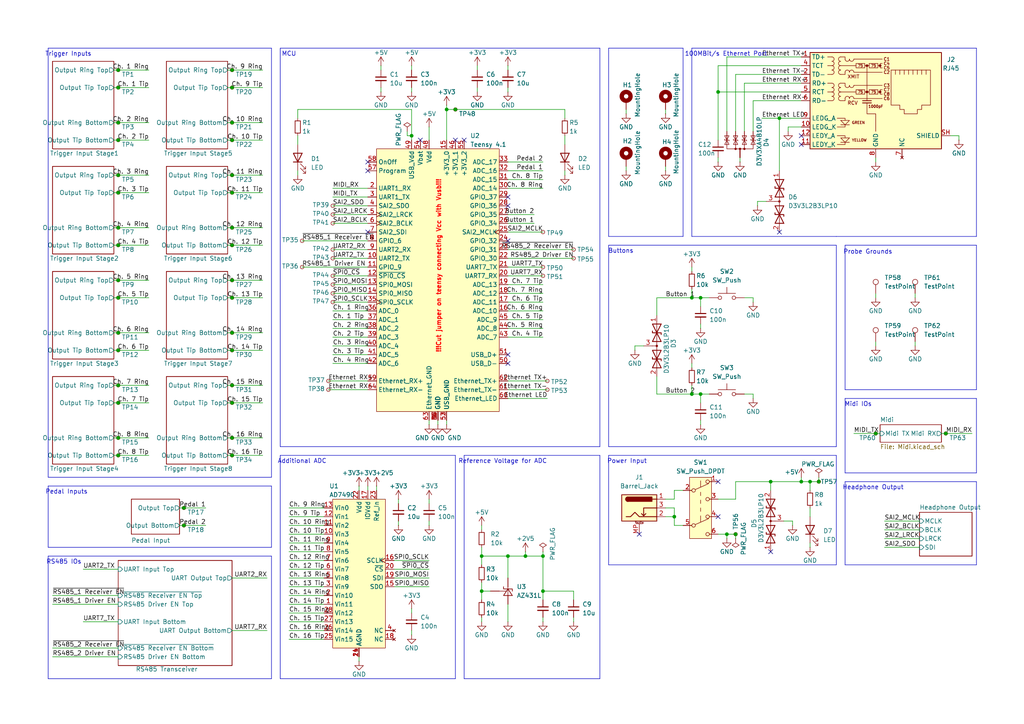
<source format=kicad_sch>
(kicad_sch (version 20231120) (generator "eeschema") (generator_version "8.0")
  (paper "A4")
  (title_block (title "freEDrum") (date "2024-04-20") (rev "A") (company "Till Heuer"))
  (junction (at 139.7 171.45))
  (junction (at 67.31 96.52))
  (junction (at 67.31 35.56))
  (junction (at 157.48 171.45))
  (junction (at 67.31 116.84))
  (junction (at 67.31 71.12))
  (junction (at 132.08 31.75))
  (junction (at 67.31 55.88))
  (junction (at 213.36 154.94))
  (junction (at 274.32 125.73))
  (junction (at 67.31 127))
  (junction (at 34.29 116.84))
  (junction (at 203.2 114.3))
  (junction (at 139.7 161.29))
  (junction (at 67.31 25.4))
  (junction (at 223.52 139.7))
  (junction (at 237.49 139.7))
  (junction (at 200.66 86.36))
  (junction (at 67.31 81.28))
  (junction (at 67.31 132.08))
  (junction (at 210.82 154.94))
  (junction (at 34.29 81.28))
  (junction (at 34.29 66.04))
  (junction (at 119.38 39.37))
  (junction (at 34.29 96.52))
  (junction (at 53.34 152.4))
  (junction (at 34.29 111.76))
  (junction (at 34.29 132.08))
  (junction (at 34.29 40.64))
  (junction (at 34.29 71.12))
  (junction (at 67.31 111.76))
  (junction (at 200.66 114.3))
  (junction (at 67.31 50.8))
  (junction (at 232.41 139.7))
  (junction (at 34.29 86.36))
  (junction (at 34.29 20.32))
  (junction (at 226.06 34.29))
  (junction (at 203.2 86.36))
  (junction (at 67.31 66.04))
  (junction (at 157.48 161.29))
  (junction (at 34.29 35.56))
  (junction (at 195.58 149.86))
  (junction (at 67.31 86.36))
  (junction (at 129.54 31.75))
  (junction (at 67.31 20.32))
  (junction (at 234.95 139.7))
  (junction (at 34.29 127))
  (junction (at 34.29 50.8))
  (junction (at 53.34 147.32))
  (junction (at 147.32 161.29))
  (junction (at 152.4 161.29))
  (junction (at 208.28 26.67))
  (junction (at 254 125.73))
  (junction (at 34.29 55.88))
  (junction (at 34.29 101.6))
  (junction (at 67.31 101.6))
  (junction (at 34.29 25.4))
  (junction (at 67.31 40.64))
  (no_connect (at 106.68 67.31))
  (no_connect (at 208.28 139.7))
  (no_connect (at 223.52 160.02))
  (no_connect (at 226.06 67.31))
  (no_connect (at 147.32 59.69))
  (no_connect (at 147.32 102.87))
  (no_connect (at 147.32 69.85))
  (no_connect (at 232.41 41.91))
  (no_connect (at 147.32 57.15))
  (no_connect (at 185.42 154.94))
  (no_connect (at 121.92 40.64))
  (no_connect (at 106.68 49.53))
  (no_connect (at 106.68 46.99))
  (no_connect (at 134.62 40.64))
  (no_connect (at 208.28 149.86))
  (no_connect (at 132.08 40.64))
  (no_connect (at 232.41 39.37))
  (no_connect (at 147.32 105.41))
  (wire (pts (xy 119.38 40.64) (xy 119.38 39.37)))
  (wire (pts (xy 237.49 138.43) (xy 237.49 139.7)))
  (wire (pts (xy 67.31 111.76) (xy 76.2 111.76)))
  (polyline (pts (xy 173.99 13.97) (xy 173.99 129.54)))
  (wire (pts (xy 96.52 85.09) (xy 106.68 85.09)))
  (wire (pts (xy 67.31 40.64) (xy 76.2 40.64)))
  (wire (pts (xy 147.32 54.61) (xy 157.48 54.61)))
  (wire (pts (xy 232.41 139.7) (xy 232.41 138.43)))
  (wire (pts (xy 219.71 58.42) (xy 219.71 59.69)))
  (wire (pts (xy 77.47 182.88) (xy 67.31 182.88)))
  (wire (pts (xy 158.75 115.57) (xy 147.32 115.57)))
  (wire (pts (xy 129.54 30.48) (xy 129.54 31.75)))
  (wire (pts (xy 152.4 161.29) (xy 157.48 161.29)))
  (wire (pts (xy 234.95 147.32) (xy 234.95 149.86)))
  (wire (pts (xy 163.83 39.37) (xy 163.83 41.91)))
  (wire (pts (xy 193.04 144.78) (xy 195.58 144.78)))
  (polyline (pts (xy 198.12 68.58) (xy 176.53 68.58)))
  (polyline (pts (xy 245.11 137.16) (xy 283.21 137.16)))
  (wire (pts (xy 106.68 92.71) (xy 96.52 92.71)))
  (wire (pts (xy 124.46 36.83) (xy 124.46 40.64)))
  (wire (pts (xy 34.29 116.84) (xy 43.18 116.84)))
  (wire (pts (xy 106.68 140.97) (xy 106.68 142.24)))
  (wire (pts (xy 127 121.92) (xy 127 123.19)))
  (polyline (pts (xy 283.21 113.03) (xy 283.21 71.12)))
  (wire (pts (xy 208.28 26.67) (xy 208.28 40.64)))
  (wire (pts (xy 34.29 66.04) (xy 43.18 66.04)))
  (wire (pts (xy 104.14 140.97) (xy 104.14 142.24)))
  (wire (pts (xy 34.29 111.76) (xy 43.18 111.76)))
  (wire (pts (xy 66.04 55.88) (xy 67.31 55.88)))
  (wire (pts (xy 203.2 93.98) (xy 203.2 95.25)))
  (wire (pts (xy 66.04 35.56) (xy 67.31 35.56)))
  (wire (pts (xy 215.9 24.13) (xy 215.9 38.1)))
  (wire (pts (xy 67.31 35.56) (xy 76.2 35.56)))
  (polyline (pts (xy 283.21 163.83) (xy 245.11 163.83)))
  (wire (pts (xy 119.38 176.53) (xy 119.38 177.8)))
  (polyline (pts (xy 242.57 129.54) (xy 176.53 129.54)))
  (wire (pts (xy 208.28 26.67) (xy 232.41 26.67)))
  (wire (pts (xy 124.46 167.64) (xy 114.3 167.64)))
  (wire (pts (xy 139.7 161.29) (xy 139.7 163.83)))
  (wire (pts (xy 119.38 19.05) (xy 119.38 20.32)))
  (wire (pts (xy 254 45.72) (xy 254 46.99)))
  (wire (pts (xy 119.38 182.88) (xy 119.38 184.15)))
  (wire (pts (xy 213.36 154.94) (xy 210.82 154.94)))
  (wire (pts (xy 96.52 54.61) (xy 106.68 54.61)))
  (wire (pts (xy 200.66 105.41) (xy 200.66 106.68)))
  (polyline (pts (xy 176.53 129.54) (xy 176.53 71.12)))
  (wire (pts (xy 93.98 154.94) (xy 83.82 154.94)))
  (wire (pts (xy 67.31 167.64) (xy 77.47 167.64)))
  (wire (pts (xy 66.04 101.6) (xy 67.31 101.6)))
  (wire (pts (xy 67.31 50.8) (xy 76.2 50.8)))
  (wire (pts (xy 34.29 127) (xy 43.18 127)))
  (wire (pts (xy 166.37 173.99) (xy 166.37 171.45)))
  (wire (pts (xy 95.25 110.49) (xy 106.68 110.49)))
  (wire (pts (xy 96.52 82.55) (xy 106.68 82.55)))
  (wire (pts (xy 210.82 16.51) (xy 210.82 38.1)))
  (wire (pts (xy 190.5 86.36) (xy 200.66 86.36)))
  (wire (pts (xy 256.54 156.21) (xy 266.7 156.21)))
  (wire (pts (xy 222.25 58.42) (xy 219.71 58.42)))
  (wire (pts (xy 278.13 39.37) (xy 278.13 40.64)))
  (wire (pts (xy 118.11 38.1) (xy 118.11 39.37)))
  (polyline (pts (xy 283.21 139.7) (xy 283.21 163.83)))
  (polyline (pts (xy 81.28 13.97) (xy 173.99 13.97)))
  (wire (pts (xy 158.75 113.03) (xy 147.32 113.03)))
  (wire (pts (xy 66.04 40.64) (xy 67.31 40.64)))
  (wire (pts (xy 119.38 25.4) (xy 119.38 26.67)))
  (wire (pts (xy 223.52 139.7) (xy 223.52 142.24)))
  (wire (pts (xy 147.32 161.29) (xy 152.4 161.29)))
  (polyline (pts (xy 200.66 13.97) (xy 283.21 13.97)))
  (wire (pts (xy 93.98 167.64) (xy 83.82 167.64)))
  (wire (pts (xy 223.52 139.7) (xy 232.41 139.7)))
  (polyline (pts (xy 242.57 68.58) (xy 200.66 68.58)))
  (wire (pts (xy 86.36 31.75) (xy 119.38 31.75)))
  (polyline (pts (xy 81.28 132.08) (xy 81.28 196.85)))
  (wire (pts (xy 157.48 80.01) (xy 147.32 80.01)))
  (wire (pts (xy 147.32 175.26) (xy 147.32 180.34)))
  (wire (pts (xy 265.43 99.06) (xy 265.43 100.33)))
  (wire (pts (xy 147.32 95.25) (xy 157.48 95.25)))
  (wire (pts (xy 184.15 100.33) (xy 184.15 101.6)))
  (wire (pts (xy 66.04 86.36) (xy 67.31 86.36)))
  (wire (pts (xy 96.52 62.23) (xy 106.68 62.23)))
  (wire (pts (xy 93.98 180.34) (xy 83.82 180.34)))
  (wire (pts (xy 66.04 71.12) (xy 67.31 71.12)))
  (wire (pts (xy 147.32 46.99) (xy 157.48 46.99)))
  (wire (pts (xy 93.98 149.86) (xy 83.82 149.86)))
  (wire (pts (xy 139.7 152.4) (xy 139.7 153.67)))
  (wire (pts (xy 142.24 171.45) (xy 139.7 171.45)))
  (wire (pts (xy 200.66 86.36) (xy 200.66 83.82)))
  (wire (pts (xy 274.32 125.73) (xy 281.94 125.73)))
  (polyline (pts (xy 13.97 158.75) (xy 13.97 140.97)))
  (wire (pts (xy 138.43 19.05) (xy 138.43 20.32)))
  (wire (pts (xy 218.44 86.36) (xy 218.44 87.63)))
  (wire (pts (xy 110.49 19.05) (xy 110.49 20.32)))
  (wire (pts (xy 203.2 114.3) (xy 203.2 116.84)))
  (wire (pts (xy 181.61 48.26) (xy 181.61 49.53)))
  (wire (pts (xy 218.44 29.21) (xy 218.44 38.1)))
  (wire (pts (xy 33.02 116.84) (xy 34.29 116.84)))
  (wire (pts (xy 93.98 157.48) (xy 83.82 157.48)))
  (wire (pts (xy 215.9 86.36) (xy 218.44 86.36)))
  (polyline (pts (xy 245.11 113.03) (xy 283.21 113.03)))
  (wire (pts (xy 66.04 66.04) (xy 67.31 66.04)))
  (wire (pts (xy 118.11 39.37) (xy 119.38 39.37)))
  (wire (pts (xy 181.61 31.75) (xy 181.61 33.02)))
  (wire (pts (xy 226.06 34.29) (xy 226.06 49.53)))
  (wire (pts (xy 34.29 35.56) (xy 43.18 35.56)))
  (wire (pts (xy 147.32 77.47) (xy 157.48 77.47)))
  (wire (pts (xy 33.02 111.76) (xy 34.29 111.76)))
  (wire (pts (xy 147.32 92.71) (xy 157.48 92.71)))
  (wire (pts (xy 93.98 170.18) (xy 83.82 170.18)))
  (polyline (pts (xy 78.74 161.29) (xy 78.74 196.85)))
  (wire (pts (xy 147.32 85.09) (xy 157.48 85.09)))
  (wire (pts (xy 232.41 24.13) (xy 215.9 24.13)))
  (wire (pts (xy 33.02 86.36) (xy 34.29 86.36)))
  (wire (pts (xy 154.94 62.23) (xy 147.32 62.23)))
  (polyline (pts (xy 78.74 158.75) (xy 13.97 158.75)))
  (wire (pts (xy 67.31 101.6) (xy 76.2 101.6)))
  (wire (pts (xy 66.04 20.32) (xy 67.31 20.32)))
  (wire (pts (xy 147.32 87.63) (xy 157.48 87.63)))
  (wire (pts (xy 220.98 34.29) (xy 226.06 34.29)))
  (wire (pts (xy 223.52 139.7) (xy 213.36 139.7)))
  (polyline (pts (xy 242.57 132.08) (xy 242.57 163.83)))
  (wire (pts (xy 147.32 97.79) (xy 157.48 97.79)))
  (polyline (pts (xy 176.53 163.83) (xy 176.53 132.08)))
  (wire (pts (xy 139.7 179.07) (xy 139.7 180.34)))
  (wire (pts (xy 218.44 29.21) (xy 232.41 29.21)))
  (wire (pts (xy 186.69 100.33) (xy 184.15 100.33)))
  (wire (pts (xy 229.87 151.13) (xy 227.33 151.13)))
  (polyline (pts (xy 134.62 132.08) (xy 134.62 196.85)))
  (polyline (pts (xy 242.57 68.58) (xy 283.21 68.58)))
  (wire (pts (xy 208.28 19.05) (xy 232.41 19.05)))
  (wire (pts (xy 93.98 177.8) (xy 83.82 177.8)))
  (wire (pts (xy 52.07 152.4) (xy 53.34 152.4)))
  (wire (pts (xy 218.44 114.3) (xy 218.44 115.57)))
  (wire (pts (xy 234.95 139.7) (xy 237.49 139.7)))
  (polyline (pts (xy 176.53 13.97) (xy 198.12 13.97)))
  (polyline (pts (xy 134.62 196.85) (xy 173.99 196.85)))
  (polyline (pts (xy 134.62 132.08) (xy 173.99 132.08)))
  (wire (pts (xy 66.04 127) (xy 67.31 127)))
  (wire (pts (xy 15.24 187.96) (xy 34.29 187.96)))
  (wire (pts (xy 67.31 66.04) (xy 76.2 66.04)))
  (wire (pts (xy 34.29 25.4) (xy 43.18 25.4)))
  (wire (pts (xy 119.38 39.37) (xy 119.38 31.75)))
  (wire (pts (xy 157.48 179.07) (xy 157.48 180.34)))
  (wire (pts (xy 52.07 147.32) (xy 53.34 147.32)))
  (wire (pts (xy 195.58 142.24) (xy 198.12 142.24)))
  (wire (pts (xy 96.52 59.69) (xy 106.68 59.69)))
  (polyline (pts (xy 283.21 115.57) (xy 245.11 115.57)))
  (wire (pts (xy 147.32 49.53) (xy 157.48 49.53)))
  (wire (pts (xy 129.54 31.75) (xy 132.08 31.75)))
  (wire (pts (xy 208.28 45.72) (xy 208.28 46.99)))
  (wire (pts (xy 124.46 121.92) (xy 124.46 123.19)))
  (wire (pts (xy 66.04 50.8) (xy 67.31 50.8)))
  (wire (pts (xy 124.46 144.78) (xy 124.46 146.05)))
  (wire (pts (xy 33.02 96.52) (xy 34.29 96.52)))
  (wire (pts (xy 228.6 36.83) (xy 232.41 36.83)))
  (wire (pts (xy 109.22 140.97) (xy 109.22 142.24)))
  (wire (pts (xy 106.68 102.87) (xy 96.52 102.87)))
  (wire (pts (xy 193.04 31.75) (xy 193.04 33.02)))
  (wire (pts (xy 190.5 109.22) (xy 190.5 114.3)))
  (wire (pts (xy 214.63 45.72) (xy 214.63 46.99)))
  (wire (pts (xy 195.58 149.86) (xy 195.58 152.4)))
  (polyline (pts (xy 78.74 140.97) (xy 78.74 158.75)))
  (wire (pts (xy 166.37 179.07) (xy 166.37 180.34)))
  (wire (pts (xy 254 85.09) (xy 254 86.36)))
  (wire (pts (xy 157.48 171.45) (xy 157.48 161.29)))
  (wire (pts (xy 66.04 96.52) (xy 67.31 96.52)))
  (wire (pts (xy 229.87 152.4) (xy 229.87 151.13)))
  (wire (pts (xy 96.52 80.01) (xy 106.68 80.01)))
  (wire (pts (xy 256.54 151.13) (xy 266.7 151.13)))
  (wire (pts (xy 67.31 81.28) (xy 76.2 81.28)))
  (wire (pts (xy 254 99.06) (xy 254 100.33)))
  (wire (pts (xy 66.04 81.28) (xy 67.31 81.28)))
  (wire (pts (xy 66.04 116.84) (xy 67.31 116.84)))
  (wire (pts (xy 203.2 121.92) (xy 203.2 123.19)))
  (wire (pts (xy 15.24 175.26) (xy 34.29 175.26)))
  (wire (pts (xy 33.02 25.4) (xy 34.29 25.4)))
  (wire (pts (xy 67.31 86.36) (xy 76.2 86.36)))
  (wire (pts (xy 205.74 114.3) (xy 203.2 114.3)))
  (wire (pts (xy 33.02 101.6) (xy 34.29 101.6)))
  (wire (pts (xy 104.14 190.5) (xy 104.14 191.77)))
  (wire (pts (xy 154.94 64.77) (xy 147.32 64.77)))
  (wire (pts (xy 124.46 165.1) (xy 114.3 165.1)))
  (wire (pts (xy 275.59 39.37) (xy 278.13 39.37)))
  (wire (pts (xy 33.02 132.08) (xy 34.29 132.08)))
  (wire (pts (xy 24.13 165.1) (xy 34.29 165.1)))
  (wire (pts (xy 93.98 172.72) (xy 83.82 172.72)))
  (wire (pts (xy 193.04 147.32) (xy 195.58 147.32)))
  (wire (pts (xy 96.52 87.63) (xy 106.68 87.63)))
  (wire (pts (xy 193.04 149.86) (xy 195.58 149.86)))
  (polyline (pts (xy 245.11 71.12) (xy 245.11 113.03)))
  (polyline (pts (xy 13.97 161.29) (xy 78.74 161.29)))
  (wire (pts (xy 234.95 139.7) (xy 234.95 142.24)))
  (wire (pts (xy 106.68 90.17) (xy 96.52 90.17)))
  (polyline (pts (xy 242.57 71.12) (xy 242.57 129.54)))
  (wire (pts (xy 67.31 71.12) (xy 76.2 71.12)))
  (wire (pts (xy 166.37 72.39) (xy 147.32 72.39)))
  (wire (pts (xy 193.04 48.26) (xy 193.04 49.53)))
  (wire (pts (xy 106.68 105.41) (xy 96.52 105.41)))
  (wire (pts (xy 200.66 114.3) (xy 200.66 111.76)))
  (wire (pts (xy 115.57 151.13) (xy 115.57 152.4)))
  (wire (pts (xy 66.04 111.76) (xy 67.31 111.76)))
  (wire (pts (xy 93.98 162.56) (xy 83.82 162.56)))
  (wire (pts (xy 232.41 139.7) (xy 234.95 139.7)))
  (wire (pts (xy 139.7 171.45) (xy 139.7 173.99)))
  (wire (pts (xy 34.29 20.32) (xy 43.18 20.32)))
  (wire (pts (xy 147.32 167.64) (xy 147.32 161.29)))
  (wire (pts (xy 139.7 158.75) (xy 139.7 161.29)))
  (polyline (pts (xy 13.97 13.97) (xy 78.74 13.97)))
  (wire (pts (xy 157.48 67.31) (xy 147.32 67.31)))
  (wire (pts (xy 213.36 21.59) (xy 213.36 38.1)))
  (wire (pts (xy 200.66 86.36) (xy 203.2 86.36)))
  (wire (pts (xy 129.54 31.75) (xy 129.54 40.64)))
  (wire (pts (xy 210.82 16.51) (xy 232.41 16.51)))
  (wire (pts (xy 163.83 50.8) (xy 163.83 49.53)))
  (wire (pts (xy 95.25 113.03) (xy 106.68 113.03)))
  (polyline (pts (xy 176.53 71.12) (xy 242.57 71.12)))
  (wire (pts (xy 53.34 147.32) (xy 59.69 147.32)))
  (wire (pts (xy 195.58 144.78) (xy 195.58 142.24)))
  (wire (pts (xy 93.98 152.4) (xy 83.82 152.4)))
  (wire (pts (xy 106.68 95.25) (xy 96.52 95.25)))
  (wire (pts (xy 213.36 21.59) (xy 232.41 21.59)))
  (wire (pts (xy 67.31 25.4) (xy 76.2 25.4)))
  (wire (pts (xy 147.32 90.17) (xy 157.48 90.17)))
  (wire (pts (xy 256.54 153.67) (xy 266.7 153.67)))
  (wire (pts (xy 93.98 185.42) (xy 83.82 185.42)))
  (wire (pts (xy 106.68 100.33) (xy 96.52 100.33)))
  (wire (pts (xy 234.95 158.75) (xy 234.95 157.48)))
  (polyline (pts (xy 13.97 140.97) (xy 78.74 140.97)))
  (wire (pts (xy 87.63 77.47) (xy 106.68 77.47)))
  (wire (pts (xy 34.29 55.88) (xy 43.18 55.88)))
  (wire (pts (xy 34.29 81.28) (xy 43.18 81.28)))
  (wire (pts (xy 67.31 96.52) (xy 76.2 96.52)))
  (wire (pts (xy 147.32 52.07) (xy 157.48 52.07)))
  (wire (pts (xy 34.29 132.08) (xy 43.18 132.08)))
  (wire (pts (xy 190.5 114.3) (xy 200.66 114.3)))
  (wire (pts (xy 67.31 116.84) (xy 76.2 116.84)))
  (wire (pts (xy 110.49 25.4) (xy 110.49 26.67)))
  (polyline (pts (xy 245.11 139.7) (xy 283.21 139.7)))
  (polyline (pts (xy 245.11 71.12) (xy 283.21 71.12)))
  (wire (pts (xy 96.52 57.15) (xy 106.68 57.15)))
  (wire (pts (xy 157.48 173.99) (xy 157.48 171.45)))
  (wire (pts (xy 200.66 77.47) (xy 200.66 78.74)))
  (polyline (pts (xy 78.74 13.97) (xy 78.74 138.43)))
  (wire (pts (xy 93.98 147.32) (xy 83.82 147.32)))
  (wire (pts (xy 96.52 72.39) (xy 106.68 72.39)))
  (wire (pts (xy 33.02 66.04) (xy 34.29 66.04)))
  (polyline (pts (xy 283.21 13.97) (xy 283.21 68.58)))
  (wire (pts (xy 93.98 182.88) (xy 83.82 182.88)))
  (wire (pts (xy 66.04 25.4) (xy 67.31 25.4)))
  (wire (pts (xy 115.57 144.78) (xy 115.57 146.05)))
  (wire (pts (xy 86.36 39.37) (xy 86.36 41.91)))
  (wire (pts (xy 124.46 162.56) (xy 114.3 162.56)))
  (wire (pts (xy 34.29 71.12) (xy 43.18 71.12)))
  (wire (pts (xy 53.34 152.4) (xy 59.69 152.4)))
  (wire (pts (xy 93.98 165.1) (xy 83.82 165.1)))
  (wire (pts (xy 96.52 74.93) (xy 106.68 74.93)))
  (wire (pts (xy 106.68 97.79) (xy 96.52 97.79)))
  (wire (pts (xy 147.32 82.55) (xy 157.48 82.55)))
  (polyline (pts (xy 13.97 13.97) (xy 13.97 138.43)))
  (wire (pts (xy 66.04 132.08) (xy 67.31 132.08)))
  (polyline (pts (xy 13.97 196.85) (xy 13.97 161.29)))
  (wire (pts (xy 195.58 152.4) (xy 198.12 152.4)))
  (wire (pts (xy 208.28 19.05) (xy 208.28 26.67)))
  (wire (pts (xy 247.65 125.73) (xy 254 125.73)))
  (wire (pts (xy 200.66 114.3) (xy 203.2 114.3)))
  (polyline (pts (xy 173.99 129.54) (xy 81.28 129.54)))
  (wire (pts (xy 228.6 38.1) (xy 228.6 36.83)))
  (wire (pts (xy 195.58 147.32) (xy 195.58 149.86)))
  (polyline (pts (xy 200.66 68.58) (xy 200.66 13.97)))
  (wire (pts (xy 208.28 154.94) (xy 210.82 154.94)))
  (polyline (pts (xy 198.12 13.97) (xy 198.12 68.58)))
  (polyline (pts (xy 132.08 196.85) (xy 132.08 132.08)))
  (wire (pts (xy 93.98 160.02) (xy 83.82 160.02)))
  (wire (pts (xy 33.02 20.32) (xy 34.29 20.32)))
  (wire (pts (xy 205.74 86.36) (xy 203.2 86.36)))
  (wire (pts (xy 34.29 50.8) (xy 43.18 50.8)))
  (wire (pts (xy 33.02 55.88) (xy 34.29 55.88)))
  (wire (pts (xy 163.83 31.75) (xy 163.83 34.29)))
  (wire (pts (xy 87.63 69.85) (xy 106.68 69.85)))
  (polyline (pts (xy 132.08 132.08) (xy 81.28 132.08)))
  (wire (pts (xy 273.05 125.73) (xy 274.32 125.73)))
  (wire (pts (xy 139.7 161.29) (xy 147.32 161.29)))
  (wire (pts (xy 34.29 86.36) (xy 43.18 86.36)))
  (wire (pts (xy 86.36 31.75) (xy 86.36 34.29)))
  (wire (pts (xy 138.43 25.4) (xy 138.43 26.67)))
  (wire (pts (xy 15.24 190.5) (xy 34.29 190.5)))
  (wire (pts (xy 33.02 40.64) (xy 34.29 40.64)))
  (wire (pts (xy 24.13 180.34) (xy 34.29 180.34)))
  (wire (pts (xy 132.08 31.75) (xy 163.83 31.75)))
  (wire (pts (xy 215.9 114.3) (xy 218.44 114.3)))
  (wire (pts (xy 86.36 50.8) (xy 86.36 49.53)))
  (polyline (pts (xy 173.99 132.08) (xy 173.99 196.85)))
  (wire (pts (xy 129.54 121.92) (xy 129.54 123.19)))
  (wire (pts (xy 33.02 81.28) (xy 34.29 81.28)))
  (polyline (pts (xy 176.53 13.97) (xy 176.53 68.58)))
  (wire (pts (xy 34.29 40.64) (xy 43.18 40.64)))
  (wire (pts (xy 152.4 160.02) (xy 152.4 161.29)))
  (wire (pts (xy 210.82 154.94) (xy 210.82 156.21)))
  (polyline (pts (xy 245.11 163.83) (xy 245.11 139.7)))
  (wire (pts (xy 213.36 154.94) (xy 213.36 156.21)))
  (wire (pts (xy 226.06 34.29) (xy 232.41 34.29)))
  (polyline (pts (xy 283.21 137.16) (xy 283.21 115.57)))
  (wire (pts (xy 93.98 175.26) (xy 83.82 175.26)))
  (wire (pts (xy 67.31 132.08) (xy 76.2 132.08)))
  (wire (pts (xy 147.32 25.4) (xy 147.32 26.67)))
  (wire (pts (xy 33.02 35.56) (xy 34.29 35.56)))
  (polyline (pts (xy 81.28 129.54) (xy 81.28 13.97)))
  (wire (pts (xy 124.46 151.13) (xy 124.46 152.4)))
  (wire (pts (xy 158.75 110.49) (xy 147.32 110.49)))
  (wire (pts (xy 256.54 158.75) (xy 266.7 158.75)))
  (wire (pts (xy 190.5 91.44) (xy 190.5 86.36)))
  (wire (pts (xy 265.43 85.09) (xy 265.43 86.36)))
  (wire (pts (xy 254 125.73) (xy 255.27 125.73)))
  (wire (pts (xy 33.02 50.8) (xy 34.29 50.8)))
  (wire (pts (xy 33.02 71.12) (xy 34.29 71.12)))
  (wire (pts (xy 157.48 160.02) (xy 157.48 161.29)))
  (wire (pts (xy 67.31 127) (xy 76.2 127)))
  (wire (pts (xy 67.31 55.88) (xy 76.2 55.88)))
  (wire (pts (xy 15.24 172.72) (xy 34.29 172.72)))
  (wire (pts (xy 33.02 127) (xy 34.29 127)))
  (polyline (pts (xy 242.57 163.83) (xy 176.53 163.83)))
  (polyline (pts (xy 176.53 132.08) (xy 242.57 132.08)))
  (wire (pts (xy 124.46 170.18) (xy 114.3 170.18)))
  (polyline (pts (xy 78.74 138.43) (xy 13.97 138.43)))
  (wire (pts (xy 213.36 139.7) (xy 213.36 144.78)))
  (wire (pts (xy 34.29 101.6) (xy 43.18 101.6)))
  (polyline (pts (xy 81.28 196.85) (xy 132.08 196.85)))
  (wire (pts (xy 96.52 64.77) (xy 106.68 64.77)))
  (polyline (pts (xy 245.11 115.57) (xy 245.11 137.16)))
  (wire (pts (xy 213.36 144.78) (xy 208.28 144.78)))
  (wire (pts (xy 203.2 86.36) (xy 203.2 88.9)))
  (wire (pts (xy 139.7 171.45) (xy 139.7 168.91)))
  (polyline (pts (xy 78.74 196.85) (xy 13.97 196.85)))
  (wire (pts (xy 157.48 171.45) (xy 166.37 171.45)))
  (wire (pts (xy 34.29 96.52) (xy 43.18 96.52)))
  (wire (pts (xy 166.37 74.93) (xy 147.32 74.93)))
  (wire (pts (xy 67.31 20.32) (xy 76.2 20.32)))
  (wire (pts (xy 147.32 19.05) (xy 147.32 20.32)))
  (text "!!!Cut jumper on teensy connecting Vcc with Vusb!!!" (at 127.254 77.216 90) (effects (font (size 1.27 1.27) (thickness 0.254) (bold yes))))
  (text "Headphone Output" (at 253.238 141.478 0) (effects (font (size 1.27 1.27))))
  (text "Trigger Inputs" (at 19.812 15.748 0) (effects (font (size 1.27 1.27))))
  (text "100MBit/s Ethernet Port" (at 210.566 15.748 0) (effects (font (size 1.27 1.27))))
  (text "Pedal Inputs" (at 19.304 142.748 0) (effects (font (size 1.27 1.27))))
  (text "MCU" (at 83.82 15.748 0) (effects (font (size 1.27 1.27))))
  (text "Midi IOs" (at 248.92 117.348 0) (effects (font (size 1.27 1.27))))
  (text "Additional ADC" (at 87.63 133.858 0) (effects (font (size 1.27 1.27))))
  (text "RS485 IOs" (at 18.542 163.068 0) (effects (font (size 1.27 1.27))))
  (text "Buttons" (at 180.086 72.898 0) (effects (font (size 1.27 1.27))))
  (text "Reference Voltage for ADC" (at 145.796 133.858 0) (effects (font (size 1.27 1.27))))
  (text "Probe Grounds" (at 251.714 73.152 0) (effects (font (size 1.27 1.27))))
  (text "Power Input" (at 181.864 133.858 0) (effects (font (size 1.27 1.27))))
  (label "~{SPI0_CS}" (at 124.46 165.1 180))
  (label "Ch. 11 Tip" (at 83.82 160.02 0))
  (label "Ch. 13 Tip" (at 76.2 86.36 180))
  (label "Ch. 12 Ring" (at 76.2 66.04 180))
  (label "Ethernet TX-" (at 158.75 113.03 180))
  (label "Ch. 13 Tip" (at 83.82 170.18 0))
  (label "SPI0_MISO" (at 96.52 85.09 0))
  (label "Ch. 6 Tip" (at 43.18 101.6 180))
  (label "Ch. 11 Ring" (at 83.82 157.48 0))
  (label "MIDI_TX" (at 247.65 125.73 0))
  (label "Ch. 5 Tip" (at 43.18 86.36 180))
  (label "Ethernet RX+" (at 95.25 110.49 0))
  (label "Ch. 1 Tip" (at 43.18 25.4 180))
  (label "Ch. 5 Tip" (at 157.48 92.71 180))
  (label "Ch. 1 Ring" (at 96.52 90.17 0))
  (label "Pedal 1" (at 59.69 147.32 180))
  (label "Ch. 7 Ring" (at 157.48 85.09 180))
  (label "SAI2_MCLK" (at 157.48 67.31 180))
  (label "Ch. 6 Ring" (at 157.48 90.17 180))
  (label "Ch. 15 Tip" (at 83.82 180.34 0))
  (label "Ch. 5 Ring" (at 157.48 95.25 180))
  (label "SPI0_SCLK" (at 96.52 87.63 0))
  (label "MIDI_TX" (at 96.52 57.15 0))
  (label "Ch. 9 Ring" (at 83.82 147.32 0))
  (label "Ch. 11 Ring" (at 76.2 50.8 180))
  (label "MIDI_RX" (at 281.94 125.73 180))
  (label "Ch. 12 Tip" (at 76.2 71.12 180))
  (label "Button 2" (at 154.94 62.23 180))
  (label "Ch. 10 Tip" (at 83.82 154.94 0))
  (label "Button 1" (at 154.94 64.77 180))
  (label "RS485_2 Driver EN" (at 166.37 74.93 180))
  (label "Ethernet TX+" (at 220.98 16.51 0))
  (label "RS485_2 Driver EN" (at 15.24 190.5 0))
  (label "Pedal 2" (at 59.69 152.4 180))
  (label "Ch. 14 Tip" (at 83.82 175.26 0))
  (label "Ch. 4 Tip" (at 43.18 71.12 180))
  (label "~{RS485_1 Receiver EN}" (at 15.24 172.72 0))
  (label "Ch. 4 Ring" (at 43.18 66.04 180))
  (label "SPI0_MOSI" (at 96.52 82.55 0))
  (label "Ch. 3 Tip" (at 43.18 55.88 180))
  (label "UART2_RX" (at 96.52 72.39 0))
  (label "Ch. 8 Ring" (at 43.18 127 180))
  (label "Ch. 7 Ring" (at 43.18 111.76 180))
  (label "Ch. 1 Ring" (at 43.18 20.32 180))
  (label "SAI2_BCLK" (at 256.54 153.67 0))
  (label "Ch. 4 Ring" (at 96.52 105.41 0))
  (label "SAI2_SDO" (at 96.52 59.69 0))
  (label "Ch. 16 Ring" (at 76.2 127 180))
  (label "SAI2_MCLK" (at 256.54 151.13 0))
  (label "Ch. 16 Tip" (at 76.2 132.08 180))
  (label "Ch. 6 Tip" (at 157.48 87.63 180))
  (label "Ch. 2 Ring" (at 96.52 95.25 0))
  (label "Ch. 3 Ring" (at 96.52 100.33 0))
  (label "Ch. 10 Tip" (at 76.2 40.64 180))
  (label "Ethernet TX+" (at 158.75 110.49 180))
  (label "Ethernet RX-" (at 95.25 113.03 0))
  (label "Ch. 14 Tip" (at 76.2 101.6 180))
  (label "Ch. 2 Ring" (at 43.18 35.56 180))
  (label "Ethernet LED" (at 220.98 34.29 0))
  (label "Ch. 7 Tip" (at 43.18 116.84 180))
  (label "Ch. 9 Ring" (at 76.2 20.32 180))
  (label "~{RS485_2 Receiver EN}" (at 166.37 72.39 180))
  (label "Ch. 5 Ring" (at 43.18 81.28 180))
  (label "Ch. 6 Ring" (at 43.18 96.52 180))
  (label "SAI2_SDO" (at 256.54 158.75 0))
  (label "Ch. 3 Tip" (at 96.52 102.87 0))
  (label "Ch. 12 Tip" (at 83.82 165.1 0))
  (label "UART2_TX" (at 96.52 74.93 0))
  (label "SPI0_MISO" (at 124.46 170.18 180))
  (label "SAI2_BCLK" (at 96.52 64.77 0))
  (label "Ch. 13 Ring" (at 76.2 81.28 180))
  (label "Ch. 16 Tip" (at 83.82 185.42 0))
  (label "UART7_RX" (at 77.47 182.88 180))
  (label "UART2_TX" (at 24.13 165.1 0))
  (label "Ch. 15 Tip" (at 76.2 116.84 180))
  (label "~{RS485_2 Receiver EN}" (at 15.24 187.96 0))
  (label "Ch. 15 Ring" (at 76.2 111.76 180))
  (label "~{SPI0_CS}" (at 96.52 80.01 0))
  (label "MIDI_RX" (at 96.52 54.61 0))
  (label "UART7_RX" (at 157.48 80.01 180))
  (label "~{RS485_1 Receiver EN}" (at 87.63 69.85 0))
  (label "UART7_TX" (at 24.13 180.34 0))
  (label "Ethernet RX+" (at 220.98 24.13 0))
  (label "UART7_TX" (at 157.48 77.47 180))
  (label "Ch. 11 Tip" (at 76.2 55.88 180))
  (label "SPI0_SCLK" (at 124.46 162.56 180))
  (label "Pedal 2" (at 157.48 46.99 180))
  (label "SAI2_LRCK" (at 256.54 156.21 0))
  (label "Button 1" (at 193.04 86.36 0))
  (label "Ch. 2 Tip" (at 96.52 97.79 0))
  (label "SAI2_LRCK" (at 96.52 62.23 0))
  (label "Ch. 1 Tip" (at 96.52 92.71 0))
  (label "Ch. 9 Tip" (at 83.82 149.86 0))
  (label "Ch. 14 Ring" (at 76.2 96.52 180))
  (label "Ethernet LED" (at 158.75 115.57 180))
  (label "Ethernet RX-" (at 220.98 29.21 0))
  (label "UART2_RX" (at 77.47 167.64 180))
  (label "Ch. 15 Ring" (at 83.82 177.8 0))
  (label "RS485_1 Driver EN" (at 15.24 175.26 0))
  (label "Ethernet TX-" (at 220.98 21.59 0))
  (label "RS485_1 Driver EN" (at 87.63 77.47 0))
  (label "Ch. 10 Ring" (at 76.2 35.56 180))
  (label "Ch. 14 Ring" (at 83.82 172.72 0))
  (label "Ch. 12 Ring" (at 83.82 162.56 0))
  (label "Ch. 9 Tip" (at 76.2 25.4 180))
  (label "Ch. 7 Tip" (at 157.48 82.55 180))
  (label "Ch. 13 Ring" (at 83.82 167.64 0))
  (label "Ch. 3 Ring" (at 43.18 50.8 180))
  (label "SPI0_MOSI" (at 124.46 167.64 180))
  (label "Ch. 8 Ring" (at 157.48 54.61 180))
  (label "Ch. 8 Tip" (at 43.18 132.08 180))
  (label "Ch. 16 Ring" (at 83.82 182.88 0))
  (label "Ch. 8 Tip" (at 157.48 52.07 180))
  (label "Ch. 4 Tip" (at 157.48 97.79 180))
  (label "Pedal 1" (at 157.48 49.53 180))
  (label "Button 2" (at 193.04 114.3 0))
  (label "Ch. 10 Ring" (at 83.82 152.4 0))
  (label "Ch. 2 Tip" (at 43.18 40.64 180))
  (symbol (lib_id "power:GND") (at 210.82 156.21 0) (unit 1)
    (property "Reference" "#PWR042" (effects (hide yes)))
    (property "Value" "GND" (at 210.82 160.02 0))
    (property "Description" "Power symbol creates a global label with name \"GND\" , ground" (effects (hide yes)))
  )
  (symbol (lib_id "power:GND") (at 254 46.99 0) (unit 1)
    (property "Reference" "#PWR051" (effects (hide yes)))
    (property "Value" "GND" (at 254 50.8 0))
    (property "Description" "Power symbol creates a global label with name \"GND\" , ground" (effects (hide yes)))
  )
  (symbol (lib_id "Connector:TestPoint_Small") (at 96.52 87.63 180) (unit 1)
    (property "Reference" "TP47" (at 95.504 87.376 0) (effects (justify left)))
    (property "Value" "TestPoint" (effects (hide yes)))
    (property "Footprint" "TestPoint:TestPoint_Pad_D1.0mm" (effects (hide yes)))
    (property "Description" "test point" (effects (hide yes)))
    (property "JLCPCB Part #" "-" (effects (hide yes)))
    (property "Manufacturer" "-" (effects (hide yes)))
    (property "Manufacturer Part #" "-" (effects (hide yes)))
  )
  (symbol (lib_id "power:GND") (at 184.15 101.6 0) (mirror y) (unit 1)
    (property "Reference" "#PWR034" (effects (hide yes)))
    (property "Value" "GND" (at 184.15 105.41 0))
    (property "Description" "Power symbol creates a global label with name \"GND\" , ground" (effects (hide yes)))
  )
  (symbol (lib_id "power:PWR_FLAG") (at 118.11 38.1 0) (unit 1)
    (property "Reference" "#FLG01" (effects (hide yes)))
    (property "Value" "PWR_FLAG" (at 115.57 37.592 90))
    (property "Description" "Special symbol for telling ERC where power comes from" (effects (hide yes)))
  )
  (symbol (lib_id "power:+5V") (at 232.41 138.43 0) (unit 1)
    (property "Reference" "#PWR049" (effects (hide yes)))
    (property "Value" "+5V" (at 229.616 136.906 0))
    (property "Description" "Power symbol creates a global label with name \"+5V\"" (effects (hide yes)))
  )
  (symbol (lib_id "Connector:TestPoint_Small") (at 157.48 77.47 0) (unit 1)
    (property "Reference" "TP50" (at 158.496 77.724 0) (effects (justify left)))
    (property "Value" "TestPoint" (effects (hide yes)))
    (property "Footprint" "TestPoint:TestPoint_Pad_D1.0mm" (effects (hide yes)))
    (property "Description" "test point" (effects (hide yes)))
    (property "JLCPCB Part #" "-" (effects (hide yes)))
    (property "Manufacturer" "-" (effects (hide yes)))
    (property "Manufacturer Part #" "-" (effects (hide yes)))
  )
  (symbol (lib_id "Device:C_Small") (at 157.48 176.53 0) (unit 1)
    (property "Reference" "C8" (at 160.02 175.26 0) (effects (justify left)))
    (property "Value" "100n" (at 160.02 177.8 0) (effects (justify left)))
    (property "Footprint" "Capacitor_SMD:C_0402_1005Metric" (effects (hide yes)))
    (property "Description" "Unpolarized capacitor, small symbol" (effects (hide yes)))
    (property "Dielectric" "X7R" (effects (hide yes)))
    (property "JLCPCB Part #" "C307331" (effects (hide yes)))
    (property "Manufacturer" "Samsung Electro-Mechanics" (effects (hide yes)))
    (property "Manufacturer Part #" "CL05B104KB54PNC" (effects (hide yes)))
    (property "Rated Voltage" "50V" (effects (hide yes)))
    (property "Tolerance" "10%" (effects (hide yes)))
  )
  (symbol (lib_id "power:GND") (at 147.32 26.67 0) (unit 1)
    (property "Reference" "#PWR026" (effects (hide yes)))
    (property "Value" "GND" (at 147.32 30.48 0))
    (property "Description" "Power symbol creates a global label with name \"GND\" , ground" (effects (hide yes)))
  )
  (symbol (lib_id "Connector:TestPoint_Small") (at 67.31 111.76 0) (unit 1)
    (property "Reference" "TP31" (at 68.326 113.03 0) (effects (justify left)))
    (property "Value" "TestPoint" (effects (hide yes)))
    (property "Footprint" "TestPoint:TestPoint_Pad_D1.0mm" (effects (hide yes)))
    (property "Description" "test point" (effects (hide yes)))
    (property "JLCPCB Part #" "-" (effects (hide yes)))
    (property "Manufacturer" "-" (effects (hide yes)))
    (property "Manufacturer Part #" "-" (effects (hide yes)))
  )
  (symbol (lib_id "power:GND") (at 218.44 115.57 0) (unit 1)
    (property "Reference" "#PWR045" (effects (hide yes)))
    (property "Value" "GND" (at 218.44 119.38 0))
    (property "Description" "Power symbol creates a global label with name \"GND\" , ground" (effects (hide yes)))
  )
  (symbol (lib_id "power:+5V") (at 124.46 36.83 0) (unit 1)
    (property "Reference" "#PWR014" (effects (hide yes)))
    (property "Value" "+5V" (at 124.46 33.02 0))
    (property "Description" "Power symbol creates a global label with name \"+5V\"" (effects (hide yes)))
  )
  (symbol (lib_id "Device:R_Small") (at 139.7 166.37 180) (unit 1)
    (property "Reference" "R3" (at 140.97 165.1 0) (effects (justify right)))
    (property "Value" "10k" (at 140.97 167.64 0) (effects (justify right)))
    (property "Footprint" "Resistor_SMD:R_0402_1005Metric" (effects (hide yes)))
    (property "Description" "Resistor, small symbol" (effects (hide yes)))
    (property "JLCPCB Part #" "C25744" (effects (hide yes)))
    (property "Manufacturer" "UNI-ROYAL(Uniroyal Elec)" (effects (hide yes)))
    (property "Manufacturer Part #" "0402WGF1002TCE" (effects (hide yes)))
    (property "Tolerance" "1%" (effects (hide yes)))
  )
  (symbol (lib_id "Connector:TestPoint") (at 254 99.06 0) (unit 1)
    (property "Reference" "TP59" (at 256.54 94.4879 0) (effects (justify left)))
    (property "Value" "TestPoint" (at 256.54 97.0279 0) (effects (justify left)))
    (property "Footprint" "TestPoint:TestPoint_Keystone_5019_Minature" (effects (hide yes)))
    (property "Description" "test point" (effects (hide yes)))
    (property "JLCPCB Part #" "-" (effects (hide yes)))
    (property "Manufacturer" "-" (effects (hide yes)))
    (property "Manufacturer Part #" "-" (effects (hide yes)))
  )
  (symbol (lib_id "Connector:TestPoint_Small") (at 67.31 35.56 0) (unit 1)
    (property "Reference" "TP21" (at 68.326 36.83 0) (effects (justify left)))
    (property "Value" "TestPoint" (effects (hide yes)))
    (property "Footprint" "TestPoint:TestPoint_Pad_D1.0mm" (effects (hide yes)))
    (property "Description" "test point" (effects (hide yes)))
    (property "JLCPCB Part #" "-" (effects (hide yes)))
    (property "Manufacturer" "-" (effects (hide yes)))
    (property "Manufacturer Part #" "-" (effects (hide yes)))
  )
  (symbol (lib_id "Connector:TestPoint_Small") (at 67.31 96.52 0) (unit 1)
    (property "Reference" "TP29" (at 68.326 97.79 0) (effects (justify left)))
    (property "Value" "TestPoint" (effects (hide yes)))
    (property "Footprint" "TestPoint:TestPoint_Pad_D1.0mm" (effects (hide yes)))
    (property "Description" "test point" (effects (hide yes)))
    (property "JLCPCB Part #" "-" (effects (hide yes)))
    (property "Manufacturer" "-" (effects (hide yes)))
    (property "Manufacturer Part #" "-" (effects (hide yes)))
  )
  (symbol (lib_id "Connector:TestPoint_Small") (at 34.29 132.08 0) (unit 1)
    (property "Reference" "TP16" (at 35.306 133.35 0) (effects (justify left)))
    (property "Value" "TestPoint" (effects (hide yes)))
    (property "Footprint" "TestPoint:TestPoint_Pad_D1.0mm" (effects (hide yes)))
    (property "Description" "test point" (effects (hide yes)))
    (property "JLCPCB Part #" "-" (effects (hide yes)))
    (property "Manufacturer" "-" (effects (hide yes)))
    (property "Manufacturer Part #" "-" (effects (hide yes)))
  )
  (symbol (lib_id "Connector:TestPoint_Small") (at 95.25 110.49 180) (unit 1)
    (property "Reference" "TP37" (at 94.234 110.236 0) (effects (justify left)))
    (property "Value" "TestPoint" (effects (hide yes)))
    (property "Footprint" "TestPoint:TestPoint_Pad_D1.0mm" (effects (hide yes)))
    (property "Description" "test point" (effects (hide yes)))
    (property "JLCPCB Part #" "-" (effects (hide yes)))
    (property "Manufacturer" "-" (effects (hide yes)))
    (property "Manufacturer Part #" "-" (effects (hide yes)))
  )
  (symbol (lib_id "Device:R_Small") (at 234.95 144.78 180) (unit 1)
    (property "Reference" "R8" (at 236.22 143.51 0) (effects (justify right)))
    (property "Value" "1k" (at 236.22 146.05 0) (effects (justify right)))
    (property "Footprint" "Resistor_SMD:R_0402_1005Metric" (effects (hide yes)))
    (property "Description" "Resistor, small symbol" (effects (hide yes)))
    (property "JLCPCB Part #" "C11702" (effects (hide yes)))
    (property "Manufacturer" "UNI-ROYAL(Uniroyal Elec)" (effects (hide yes)))
    (property "Manufacturer Part #" "0402WGF1001TCE" (effects (hide yes)))
    (property "Tolerance" "1%" (effects (hide yes)))
  )
  (symbol (lib_id "Connector:TestPoint_Small") (at 67.31 25.4 0) (unit 1)
    (property "Reference" "TP20" (at 68.326 26.67 0) (effects (justify left)))
    (property "Value" "TestPoint" (effects (hide yes)))
    (property "Footprint" "TestPoint:TestPoint_Pad_D1.0mm" (effects (hide yes)))
    (property "Description" "test point" (effects (hide yes)))
    (property "JLCPCB Part #" "-" (effects (hide yes)))
    (property "Manufacturer" "-" (effects (hide yes)))
    (property "Manufacturer Part #" "-" (effects (hide yes)))
  )
  (symbol (lib_id "power:GND") (at 254 100.33 0) (unit 1)
    (property "Reference" "#PWR053" (effects (hide yes)))
    (property "Value" "GND" (at 254 104.14 0))
    (property "Description" "Power symbol creates a global label with name \"GND\" , ground" (effects (hide yes)))
  )
  (symbol (lib_id "Mechanical:MountingHole_Pad") (at 181.61 45.72 0) (unit 1) (in_bom no)
    (property "Reference" "H2" (at 180.594 40.894 0) (effects (justify left)))
    (property "Value" "MountingHole" (at 184.912 50.8 90) (effects (justify left)))
    (property "Footprint" "MountingHole:MountingHole_3.2mm_M3_Pad_Via" (effects (hide yes)))
    (property "Description" "Mounting Hole with connection" (effects (hide yes)))
    (property "JLCPCB Part #" "-" (effects (hide yes)))
    (property "Manufacturer" "-" (effects (hide yes)))
    (property "Manufacturer Part #" "-" (effects (hide yes)))
  )
  (symbol (lib_id "Connector:TestPoint_Small") (at 158.75 110.49 0) (unit 1)
    (property "Reference" "TP52" (at 159.766 110.744 0) (effects (justify left)))
    (property "Value" "TestPoint" (effects (hide yes)))
    (property "Footprint" "TestPoint:TestPoint_Pad_D1.0mm" (effects (hide yes)))
    (property "Description" "test point" (effects (hide yes)))
    (property "JLCPCB Part #" "-" (effects (hide yes)))
    (property "Manufacturer" "-" (effects (hide yes)))
    (property "Manufacturer Part #" "-" (effects (hide yes)))
  )
  (symbol (lib_id "power:GND") (at 124.46 152.4 0) (unit 1)
    (property "Reference" "#PWR017" (effects (hide yes)))
    (property "Value" "GND" (at 124.46 156.21 0))
    (property "Description" "Power symbol creates a global label with name \"GND\" , ground" (effects (hide yes)))
  )
  (symbol (lib_id "Connector:TestPoint_Small") (at 237.49 139.7 0) (unit 1)
    (property "Reference" "TP57" (at 237.998 139.7 0) (effects (justify left)))
    (property "Value" "TestPoint" (effects (hide yes)))
    (property "Footprint" "TestPoint:TestPoint_Pad_D1.0mm" (effects (hide yes)))
    (property "Description" "test point" (effects (hide yes)))
    (property "JLCPCB Part #" "-" (effects (hide yes)))
    (property "Manufacturer" "-" (effects (hide yes)))
    (property "Manufacturer Part #" "-" (effects (hide yes)))
  )
  (symbol (lib_id "power:+3V3") (at 115.57 144.78 0) (unit 1)
    (property "Reference" "#PWR08" (effects (hide yes)))
    (property "Value" "+3V3" (at 115.57 140.97 0))
    (property "Description" "Power symbol creates a global label with name \"+3V3\"" (effects (hide yes)))
  )
  (symbol (lib_id "power:GND") (at 228.6 38.1 0) (mirror y) (unit 1)
    (property "Reference" "#PWR047" (effects (hide yes)))
    (property "Value" "GND" (at 228.6 41.91 0))
    (property "Description" "Power symbol creates a global label with name \"GND\" , ground" (effects (hide yes)))
  )
  (symbol (lib_id "Device:R_Small") (at 139.7 176.53 180) (unit 1)
    (property "Reference" "R4" (at 140.97 175.26 0) (effects (justify right)))
    (property "Value" "10k" (at 140.97 177.8 0) (effects (justify right)))
    (property "Footprint" "Resistor_SMD:R_0402_1005Metric" (effects (hide yes)))
    (property "Description" "Resistor, small symbol" (effects (hide yes)))
    (property "JLCPCB Part #" "C25744" (effects (hide yes)))
    (property "Manufacturer" "UNI-ROYAL(Uniroyal Elec)" (effects (hide yes)))
    (property "Manufacturer Part #" "0402WGF1002TCE" (effects (hide yes)))
    (property "Tolerance" "1%" (effects (hide yes)))
  )
  (symbol (lib_id "power:GND") (at 104.14 191.77 0) (mirror y) (unit 1)
    (property "Reference" "#PWR03" (effects (hide yes)))
    (property "Value" "GND" (at 104.14 195.58 0))
    (property "Description" "Power symbol creates a global label with name \"GND\" , ground" (effects (hide yes)))
  )
  (symbol (lib_id "Device:C_Small") (at 147.32 22.86 0) (unit 1)
    (property "Reference" "C7" (at 149.86 21.59 0) (effects (justify left)))
    (property "Value" "10u" (at 149.86 24.13 0) (effects (justify left)))
    (property "Footprint" "Capacitor_SMD:C_0805_2012Metric" (effects (hide yes)))
    (property "Description" "Unpolarized capacitor, small symbol" (effects (hide yes)))
    (property "Dielectric" "X7R" (effects (hide yes)))
    (property "JLCPCB Part #" "C15850" (effects (hide yes)))
    (property "Manufacturer" "Samsung Electro-Mechanics" (effects (hide yes)))
    (property "Manufacturer Part #" "CL21A106KAYNNNE" (effects (hide yes)))
    (property "Rated Voltage" "25V" (effects (hide yes)))
    (property "Tolerance" "10%" (effects (hide yes)))
  )
  (symbol (lib_id "power:PWR_FLAG") (at 157.48 160.02 0) (unit 1)
    (property "Reference" "#FLG02" (effects (hide yes)))
    (property "Value" "PWR_FLAG" (at 160.274 157.734 90))
    (property "Description" "Special symbol for telling ERC where power comes from" (effects (hide yes)))
  )
  (symbol (lib_id "Connector:TestPoint_Small") (at 96.52 64.77 180) (unit 1)
    (property "Reference" "TP41" (at 95.504 64.516 0) (effects (justify left)))
    (property "Value" "TestPoint" (effects (hide yes)))
    (property "Footprint" "TestPoint:TestPoint_Pad_D1.0mm" (effects (hide yes)))
    (property "Description" "test point" (effects (hide yes)))
    (property "JLCPCB Part #" "-" (effects (hide yes)))
    (property "Manufacturer" "-" (effects (hide yes)))
    (property "Manufacturer Part #" "-" (effects (hide yes)))
  )
  (symbol (lib_id "Connector:TestPoint_Small") (at 87.63 77.47 180) (unit 1)
    (property "Reference" "TP36" (at 86.614 77.216 0) (effects (justify left)))
    (property "Value" "TestPoint" (effects (hide yes)))
    (property "Footprint" "TestPoint:TestPoint_Pad_D1.0mm" (effects (hide yes)))
    (property "Description" "test point" (effects (hide yes)))
    (property "JLCPCB Part #" "-" (effects (hide yes)))
    (property "Manufacturer" "-" (effects (hide yes)))
    (property "Manufacturer Part #" "-" (effects (hide yes)))
  )
  (symbol (lib_id "power:GND") (at 254 86.36 0) (unit 1)
    (property "Reference" "#PWR052" (effects (hide yes)))
    (property "Value" "GND" (at 254 90.17 0))
    (property "Description" "Power symbol creates a global label with name \"GND\" , ground" (effects (hide yes)))
  )
  (symbol (lib_id "Connector:TestPoint") (at 265.43 85.09 0) (unit 1)
    (property "Reference" "TP61" (at 267.97 80.5179 0) (effects (justify left)))
    (property "Value" "TestPoint" (at 267.97 83.0579 0) (effects (justify left)))
    (property "Footprint" "TestPoint:TestPoint_Keystone_5019_Minature" (effects (hide yes)))
    (property "Description" "test point" (effects (hide yes)))
    (property "JLCPCB Part #" "-" (effects (hide yes)))
    (property "Manufacturer" "-" (effects (hide yes)))
    (property "Manufacturer Part #" "-" (effects (hide yes)))
  )
  (symbol (lib_id "Connector:TestPoint_Small") (at 34.29 86.36 0) (unit 1)
    (property "Reference" "TP10" (at 35.306 87.63 0) (effects (justify left)))
    (property "Value" "TestPoint" (effects (hide yes)))
    (property "Footprint" "TestPoint:TestPoint_Pad_D1.0mm" (effects (hide yes)))
    (property "Description" "test point" (effects (hide yes)))
    (property "JLCPCB Part #" "-" (effects (hide yes)))
    (property "Manufacturer" "-" (effects (hide yes)))
    (property "Manufacturer Part #" "-" (effects (hide yes)))
  )
  (symbol (lib_id "power:GND") (at 86.36 50.8 0) (mirror y) (unit 1)
    (property "Reference" "#PWR01" (effects (hide yes)))
    (property "Value" "GND" (at 86.36 54.61 0))
    (property "Description" "Power symbol creates a global label with name \"GND\" , ground" (effects (hide yes)))
  )
  (symbol (lib_id "Connector:TestPoint_Small") (at 34.29 127 0) (unit 1)
    (property "Reference" "TP15" (at 35.306 128.27 0) (effects (justify left)))
    (property "Value" "TestPoint" (effects (hide yes)))
    (property "Footprint" "TestPoint:TestPoint_Pad_D1.0mm" (effects (hide yes)))
    (property "Description" "test point" (effects (hide yes)))
    (property "JLCPCB Part #" "-" (effects (hide yes)))
    (property "Manufacturer" "-" (effects (hide yes)))
    (property "Manufacturer Part #" "-" (effects (hide yes)))
  )
  (symbol (lib_id "1_ProjectSymbols:Teensy 4.1") (at 127 81.28 0) (unit 1)
    (property "Reference" "U2" (at 136.398 39.37 0) (effects (justify left)))
    (property "Value" "Teensy 4.1" (at 136.398 41.91 0) (effects (justify left)))
    (property "Footprint" "1_ProjectFootprints:Teensy 4.1" (effects (hide yes)))
    (property "Datasheet" "https://www.pjrc.com/teensy/IMXRT1060RM_rev3.pdf" (effects (hide yes)))
    (property "Description" "NXP i.MX RT1060 development board" (effects (hide yes)))
    (property "JLCPCB Part #" "-" (effects (hide yes)))
    (property "Manufacturer" "PJRC" (effects (hide yes)))
    (property "Manufacturer Part #" "Teensy 4.1" (effects (hide yes)))
    (pin "10" (alternate "UART2_TX"))
    (pin "12" (alternate "~{SPI0_CS}"))
    (pin "13" (alternate "SPI0_MOSI"))
    (pin "14" (alternate "SPI0_MISO"))
    (pin "16" (alternate "ADC_10"))
    (pin "17" (alternate "ADC_11"))
    (pin "18" (alternate "ADC_12"))
    (pin "19" (alternate "ADC_13"))
    (pin "2" (alternate "UART1_RX"))
    (pin "20" (alternate "UART7_RX"))
    (pin "21" (alternate "UART7_TX"))
    (pin "25" (alternate "SAI2_MCLK"))
    (pin "3" (alternate "UART1_TX"))
    (pin "30" (alternate "ADC_14"))
    (pin "31" (alternate "ADC_15"))
    (pin "32" (alternate "ADC_16"))
    (pin "33" (alternate "ADC_17"))
    (pin "35" (alternate "SPI0_SCLK"))
    (pin "36" (alternate "ADC_0"))
    (pin "37" (alternate "ADC_1"))
    (pin "38" (alternate "ADC_2"))
    (pin "39" (alternate "ADC_3"))
    (pin "4" (alternate "SAI2_SDO"))
    (pin "40" (alternate "ADC_4"))
    (pin "41" (alternate "ADC_5"))
    (pin "42" (alternate "ADC_6"))
    (pin "43" (alternate "ADC_7"))
    (pin "44" (alternate "ADC_8"))
    (pin "45" (alternate "ADC_9"))
    (pin "5" (alternate "SAI2_LRCK"))
    (pin "6" (alternate "SAI2_BCLK"))
    (pin "7" (alternate "SAI2_SDI"))
    (pin "9" (alternate "UART2_RX"))
  )
  (symbol (lib_id "Device:R_Small") (at 200.66 81.28 180) (unit 1)
    (property "Reference" "R6" (at 201.93 80.01 0) (effects (justify right)))
    (property "Value" "10k" (at 201.93 82.55 0) (effects (justify right)))
    (property "Footprint" "Resistor_SMD:R_0402_1005Metric" (effects (hide yes)))
    (property "Description" "Resistor, small symbol" (effects (hide yes)))
    (property "JLCPCB Part #" "C25744" (effects (hide yes)))
    (property "Manufacturer" "UNI-ROYAL(Uniroyal Elec)" (effects (hide yes)))
    (property "Manufacturer Part #" "0402WGF1002TCE" (effects (hide yes)))
    (property "Tolerance" "1%" (effects (hide yes)))
  )
  (symbol (lib_id "Connector:TestPoint_Small") (at 96.52 72.39 180) (unit 1)
    (property "Reference" "TP42" (at 95.504 72.136 0) (effects (justify left)))
    (property "Value" "TestPoint" (effects (hide yes)))
    (property "Footprint" "TestPoint:TestPoint_Pad_D1.0mm" (effects (hide yes)))
    (property "Description" "test point" (effects (hide yes)))
    (property "JLCPCB Part #" "-" (effects (hide yes)))
    (property "Manufacturer" "-" (effects (hide yes)))
    (property "Manufacturer Part #" "-" (effects (hide yes)))
  )
  (symbol (lib_id "Device:C_Small") (at 203.2 91.44 0) (unit 1)
    (property "Reference" "C10" (at 205.74 90.17 0) (effects (justify left)))
    (property "Value" "100n" (at 205.74 92.71 0) (effects (justify left)))
    (property "Footprint" "Capacitor_SMD:C_0402_1005Metric" (effects (hide yes)))
    (property "Description" "Unpolarized capacitor, small symbol" (effects (hide yes)))
    (property "Dielectric" "X7R" (effects (hide yes)))
    (property "JLCPCB Part #" "C307331" (effects (hide yes)))
    (property "Manufacturer" "Samsung Electro-Mechanics" (effects (hide yes)))
    (property "Manufacturer Part #" "CL05B104KB54PNC" (effects (hide yes)))
    (property "Rated Voltage" "50V" (effects (hide yes)))
    (property "Tolerance" "10%" (effects (hide yes)))
  )
  (symbol (lib_id "Device:D_TVS_Dual_AAC") (at 223.52 151.13 90) (unit 1)
    (property "Reference" "D5" (at 218.694 153.162 0) (effects (justify left)))
    (property "Value" "D3V3L2B3LP10" (at 220.726 157.48 0) (effects (justify left)))
    (property "Footprint" "1_ProjectFootprints:DFN-3 1010" (effects (hide yes)))
    (property "Description" "Bidirectional dual transient-voltage-suppression diode, center on pin 3" (effects (hide yes)))
    (property "Manufacturer" "Diodes Incorporated" (effects (hide yes)))
    (property "Manufacturer Part #" "D3V3L2B3LP10-7" (effects (hide yes)))
    (property "JLCPCB Part #" "C1974778" (effects (hide yes)))
  )
  (symbol (lib_id "power:GND") (at 138.43 26.67 0) (unit 1)
    (property "Reference" "#PWR022" (effects (hide yes)))
    (property "Value" "GND" (at 138.43 30.48 0))
    (property "Description" "Power symbol creates a global label with name \"GND\" , ground" (effects (hide yes)))
  )
  (symbol (lib_id "Connector:TestPoint_Small") (at 34.29 25.4 0) (unit 1)
    (property "Reference" "TP2" (at 35.306 26.67 0) (effects (justify left)))
    (property "Value" "TestPoint" (effects (hide yes)))
    (property "Footprint" "TestPoint:TestPoint_Pad_D1.0mm" (effects (hide yes)))
    (property "Description" "test point" (effects (hide yes)))
    (property "JLCPCB Part #" "-" (effects (hide yes)))
    (property "Manufacturer" "-" (effects (hide yes)))
    (property "Manufacturer Part #" "-" (effects (hide yes)))
  )
  (symbol (lib_id "Mechanical:MountingHole_Pad") (at 193.04 45.72 0) (unit 1) (in_bom no)
    (property "Reference" "H4" (at 192.024 41.148 0) (effects (justify left)))
    (property "Value" "MountingHole" (at 196.088 50.546 90) (effects (justify left)))
    (property "Footprint" "MountingHole:MountingHole_3.2mm_M3_Pad_Via" (effects (hide yes)))
    (property "Description" "Mounting Hole with connection" (effects (hide yes)))
    (property "JLCPCB Part #" "-" (effects (hide yes)))
    (property "Manufacturer" "-" (effects (hide yes)))
    (property "Manufacturer Part #" "-" (effects (hide yes)))
  )
  (symbol (lib_id "Connector:TestPoint_Small") (at 34.29 66.04 0) (unit 1)
    (property "Reference" "TP7" (at 35.306 67.31 0) (effects (justify left)))
    (property "Value" "TestPoint" (effects (hide yes)))
    (property "Footprint" "TestPoint:TestPoint_Pad_D1.0mm" (effects (hide yes)))
    (property "Description" "test point" (effects (hide yes)))
    (property "JLCPCB Part #" "-" (effects (hide yes)))
    (property "Manufacturer" "-" (effects (hide yes)))
    (property "Manufacturer Part #" "-" (effects (hide yes)))
  )
  (symbol (lib_id "power:+5V") (at 119.38 19.05 0) (unit 1)
    (property "Reference" "#PWR010" (effects (hide yes)))
    (property "Value" "+5V" (at 119.38 15.24 0))
    (property "Description" "Power symbol creates a global label with name \"+5V\"" (effects (hide yes)))
  )
  (symbol (lib_id "power:GND") (at 203.2 95.25 0) (unit 1)
    (property "Reference" "#PWR039" (effects (hide yes)))
    (property "Value" "GND" (at 203.2 99.06 0))
    (property "Description" "Power symbol creates a global label with name \"GND\" , ground" (effects (hide yes)))
  )
  (symbol (lib_id "Connector:TestPoint_Small") (at 96.52 80.01 180) (unit 1)
    (property "Reference" "TP44" (at 95.504 79.756 0) (effects (justify left)))
    (property "Value" "TestPoint" (effects (hide yes)))
    (property "Footprint" "TestPoint:TestPoint_Pad_D1.0mm" (effects (hide yes)))
    (property "Description" "test point" (effects (hide yes)))
    (property "JLCPCB Part #" "-" (effects (hide yes)))
    (property "Manufacturer" "-" (effects (hide yes)))
    (property "Manufacturer Part #" "-" (effects (hide yes)))
  )
  (symbol (lib_id "Device:LED") (at 86.36 45.72 90) (unit 1)
    (property "Reference" "D1" (at 90.17 46.0374 90) (effects (justify right)))
    (property "Value" "LED" (at 90.17 48.5774 90) (effects (justify right)))
    (property "Footprint" "LED_SMD:LED_0805_2012Metric" (effects (hide yes)))
    (property "Description" "Light emitting diode" (effects (hide yes)))
    (property "JLCPCB Part #" "C2297" (effects (hide yes)))
    (property "Manufacturer" "Hubei KENTO Elec" (effects (hide yes)))
    (property "Manufacturer Part #" "KT-0805G" (effects (hide yes)))
  )
  (symbol (lib_id "Connector:TestPoint_Small") (at 96.52 62.23 180) (unit 1)
    (property "Reference" "TP40" (at 95.504 61.976 0) (effects (justify left)))
    (property "Value" "TestPoint" (effects (hide yes)))
    (property "Footprint" "TestPoint:TestPoint_Pad_D1.0mm" (effects (hide yes)))
    (property "Description" "test point" (effects (hide yes)))
    (property "JLCPCB Part #" "-" (effects (hide yes)))
    (property "Manufacturer" "-" (effects (hide yes)))
    (property "Manufacturer Part #" "-" (effects (hide yes)))
  )
  (symbol (lib_id "power:GND") (at 229.87 152.4 0) (mirror y) (unit 1)
    (property "Reference" "#PWR048" (effects (hide yes)))
    (property "Value" "GND" (at 229.87 156.21 0))
    (property "Description" "Power symbol creates a global label with name \"GND\" , ground" (effects (hide yes)))
  )
  (symbol (lib_id "power:GND") (at 208.28 46.99 0) (unit 1)
    (property "Reference" "#PWR041" (effects (hide yes)))
    (property "Value" "GND" (at 208.28 50.8 0))
    (property "Description" "Power symbol creates a global label with name \"GND\" , ground" (effects (hide yes)))
  )
  (symbol (lib_id "Device:C_Small") (at 138.43 22.86 0) (unit 1)
    (property "Reference" "C6" (at 140.97 21.59 0) (effects (justify left)))
    (property "Value" "100n" (at 140.97 24.13 0) (effects (justify left)))
    (property "Footprint" "Capacitor_SMD:C_0402_1005Metric" (effects (hide yes)))
    (property "Description" "Unpolarized capacitor, small symbol" (effects (hide yes)))
    (property "Dielectric" "X7R" (effects (hide yes)))
    (property "JLCPCB Part #" "C307331" (effects (hide yes)))
    (property "Manufacturer" "Samsung Electro-Mechanics" (effects (hide yes)))
    (property "Manufacturer Part #" "CL05B104KB54PNC" (effects (hide yes)))
    (property "Rated Voltage" "50V" (effects (hide yes)))
    (property "Tolerance" "10%" (effects (hide yes)))
  )
  (symbol (lib_id "Connector:TestPoint_Small") (at 96.52 82.55 180) (unit 1)
    (property "Reference" "TP45" (at 95.504 82.296 0) (effects (justify left)))
    (property "Value" "TestPoint" (effects (hide yes)))
    (property "Footprint" "TestPoint:TestPoint_Pad_D1.0mm" (effects (hide yes)))
    (property "Description" "test point" (effects (hide yes)))
    (property "JLCPCB Part #" "-" (effects (hide yes)))
    (property "Manufacturer" "-" (effects (hide yes)))
    (property "Manufacturer Part #" "-" (effects (hide yes)))
  )
  (symbol (lib_id "Connector:TestPoint_Small") (at 53.34 147.32 0) (unit 1)
    (property "Reference" "TP17" (at 54.356 148.59 0) (effects (justify left)))
    (property "Value" "TestPoint" (effects (hide yes)))
    (property "Footprint" "TestPoint:TestPoint_Pad_D1.0mm" (effects (hide yes)))
    (property "Description" "test point" (effects (hide yes)))
    (property "JLCPCB Part #" "-" (effects (hide yes)))
    (property "Manufacturer" "-" (effects (hide yes)))
    (property "Manufacturer Part #" "-" (effects (hide yes)))
  )
  (symbol (lib_id "Connector:TestPoint_Small") (at 157.48 80.01 0) (unit 1)
    (property "Reference" "TP51" (at 158.496 80.264 0) (effects (justify left)))
    (property "Value" "TestPoint" (effects (hide yes)))
    (property "Footprint" "TestPoint:TestPoint_Pad_D1.0mm" (effects (hide yes)))
    (property "Description" "test point" (effects (hide yes)))
    (property "JLCPCB Part #" "-" (effects (hide yes)))
    (property "Manufacturer" "-" (effects (hide yes)))
    (property "Manufacturer Part #" "-" (effects (hide yes)))
  )
  (symbol (lib_id "1_ProjectSymbols:D3V3XA4B10LP") (at 214.63 40.64 0) (unit 1)
    (property "Reference" "D4" (at 222.25 42.672 90) (effects (justify left)))
    (property "Value" "D3V3XA4B10LP" (at 220.218 48.26 90) (effects (justify left)))
    (property "Footprint" "Package_DFN_QFN:Diodes_UDFN-10_1.0x2.5mm_P0.5mm" (effects (hide yes)))
    (property "Datasheet" "https://datasheet.lcsc.com/lcsc/2201300700_Diodes-Incorporated-D3V3XA4B10LP-7_C1980462.pdf" (effects (hide yes)))
    (property "Description" "4 ch. bidirectional ESD diode" (effects (hide yes)))
    (property "Manufacturer" "Diodes Incorporated" (effects (hide yes)))
    (property "Manufacturer Part #" "D3V3XA4B10LP-7" (effects (hide yes)))
    (property "JLCPCB Part #" "C1980462" (effects (hide yes)))
  )
  (symbol (lib_id "power:GND") (at 119.38 184.15 0) (unit 1)
    (property "Reference" "#PWR013" (effects (hide yes)))
    (property "Value" "GND" (at 119.38 187.96 0))
    (property "Description" "Power symbol creates a global label with name \"GND\" , ground" (effects (hide yes)))
  )
  (symbol (lib_id "Device:C_Small") (at 203.2 119.38 0) (unit 1)
    (property "Reference" "C11" (at 205.74 118.11 0) (effects (justify left)))
    (property "Value" "100n" (at 205.74 120.65 0) (effects (justify left)))
    (property "Footprint" "Capacitor_SMD:C_0402_1005Metric" (effects (hide yes)))
    (property "Description" "Unpolarized capacitor, small symbol" (effects (hide yes)))
    (property "Dielectric" "X7R" (effects (hide yes)))
    (property "JLCPCB Part #" "C307331" (effects (hide yes)))
    (property "Manufacturer" "Samsung Electro-Mechanics" (effects (hide yes)))
    (property "Manufacturer Part #" "CL05B104KB54PNC" (effects (hide yes)))
    (property "Rated Voltage" "50V" (effects (hide yes)))
    (property "Tolerance" "10%" (effects (hide yes)))
  )
  (symbol (lib_id "Connector:TestPoint_Small") (at 95.25 113.03 180) (unit 1)
    (property "Reference" "TP38" (at 94.234 112.776 0) (effects (justify left)))
    (property "Value" "TestPoint" (effects (hide yes)))
    (property "Footprint" "TestPoint:TestPoint_Pad_D1.0mm" (effects (hide yes)))
    (property "Description" "test point" (effects (hide yes)))
    (property "JLCPCB Part #" "-" (effects (hide yes)))
    (property "Manufacturer" "-" (effects (hide yes)))
    (property "Manufacturer Part #" "-" (effects (hide yes)))
  )
  (symbol (lib_id "Connector:TestPoint_Small") (at 67.31 127 0) (unit 1)
    (property "Reference" "TP33" (at 68.326 128.27 0) (effects (justify left)))
    (property "Value" "TestPoint" (effects (hide yes)))
    (property "Footprint" "TestPoint:TestPoint_Pad_D1.0mm" (effects (hide yes)))
    (property "Description" "test point" (effects (hide yes)))
    (property "JLCPCB Part #" "-" (effects (hide yes)))
    (property "Manufacturer" "-" (effects (hide yes)))
    (property "Manufacturer Part #" "-" (effects (hide yes)))
  )
  (symbol (lib_id "Connector:TestPoint_Small") (at 213.36 154.94 0) (unit 1)
    (property "Reference" "TP56" (at 213.36 153.67 90) (effects (justify left)))
    (property "Value" "TestPoint" (effects (hide yes)))
    (property "Footprint" "TestPoint:TestPoint_Pad_D1.0mm" (effects (hide yes)))
    (property "Description" "test point" (effects (hide yes)))
    (property "JLCPCB Part #" "-" (effects (hide yes)))
    (property "Manufacturer" "-" (effects (hide yes)))
    (property "Manufacturer Part #" "-" (effects (hide yes)))
  )
  (symbol (lib_id "power:GND") (at 218.44 87.63 0) (unit 1)
    (property "Reference" "#PWR044" (effects (hide yes)))
    (property "Value" "GND" (at 218.44 91.44 0))
    (property "Description" "Power symbol creates a global label with name \"GND\" , ground" (effects (hide yes)))
  )
  (symbol (lib_id "Connector:TestPoint") (at 254 85.09 0) (unit 1)
    (property "Reference" "TP58" (at 256.54 80.5179 0) (effects (justify left)))
    (property "Value" "TestPoint" (at 256.54 83.0579 0) (effects (justify left)))
    (property "Footprint" "TestPoint:TestPoint_Keystone_5019_Minature" (effects (hide yes)))
    (property "Description" "test point" (effects (hide yes)))
    (property "JLCPCB Part #" "-" (effects (hide yes)))
    (property "Manufacturer" "-" (effects (hide yes)))
    (property "Manufacturer Part #" "-" (effects (hide yes)))
  )
  (symbol (lib_id "Connector:TestPoint_Small") (at 96.52 74.93 180) (unit 1)
    (property "Reference" "TP43" (at 95.504 74.676 0) (effects (justify left)))
    (property "Value" "TestPoint" (effects (hide yes)))
    (property "Footprint" "TestPoint:TestPoint_Pad_D1.0mm" (effects (hide yes)))
    (property "Description" "test point" (effects (hide yes)))
    (property "JLCPCB Part #" "-" (effects (hide yes)))
    (property "Manufacturer" "-" (effects (hide yes)))
    (property "Manufacturer Part #" "-" (effects (hide yes)))
  )
  (symbol (lib_id "Connector:TestPoint_Small") (at 166.37 72.39 0) (unit 1)
    (property "Reference" "TP54" (at 167.386 72.39 0) (effects (justify left)))
    (property "Value" "TestPoint" (effects (hide yes)))
    (property "Footprint" "TestPoint:TestPoint_Pad_D1.0mm" (effects (hide yes)))
    (property "Description" "test point" (effects (hide yes)))
    (property "JLCPCB Part #" "-" (effects (hide yes)))
    (property "Manufacturer" "-" (effects (hide yes)))
    (property "Manufacturer Part #" "-" (effects (hide yes)))
  )
  (symbol (lib_id "Mechanical:MountingHole_Pad") (at 193.04 29.21 0) (unit 1) (in_bom no)
    (property "Reference" "H3" (at 192.024 24.638 0) (effects (justify left)))
    (property "Value" "MountingHole" (at 196.088 34.036 90) (effects (justify left)))
    (property "Footprint" "MountingHole:MountingHole_3.2mm_M3_Pad_Via" (effects (hide yes)))
    (property "Description" "Mounting Hole with connection" (effects (hide yes)))
    (property "JLCPCB Part #" "-" (effects (hide yes)))
    (property "Manufacturer" "-" (effects (hide yes)))
    (property "Manufacturer Part #" "-" (effects (hide yes)))
  )
  (symbol (lib_id "Connector:TestPoint_Small") (at 274.32 125.73 0) (unit 1)
    (property "Reference" "TP63" (at 275.336 127 0) (effects (justify left)))
    (property "Value" "TestPoint" (effects (hide yes)))
    (property "Footprint" "TestPoint:TestPoint_Pad_D1.0mm" (effects (hide yes)))
    (property "Description" "test point" (effects (hide yes)))
    (property "JLCPCB Part #" "-" (effects (hide yes)))
    (property "Manufacturer" "-" (effects (hide yes)))
    (property "Manufacturer Part #" "-" (effects (hide yes)))
  )
  (symbol (lib_id "Switch:SW_Push") (at 210.82 86.36 0) (unit 1)
    (property "Reference" "SW2" (at 210.82 78.74 0))
    (property "Value" "SW_Push" (at 210.82 81.28 0))
    (property "Footprint" "1_ProjectFootprints:SKMP" (effects (hide yes)))
    (property "Description" "Push button switch, generic, two pins" (effects (hide yes)))
    (property "JLCPCB Part #" "C115350" (effects (hide yes)))
    (property "Manufacturer" "ALPSALPINE" (effects (hide yes)))
    (property "Manufacturer Part #" "SKPMBHE010" (effects (hide yes)))
  )
  (symbol (lib_id "1_ProjectSymbols:RJ45") (at 254 29.21 0) (unit 1)
    (property "Reference" "J2" (at 275.844 17.272 0))
    (property "Value" "RJ45" (at 275.844 19.812 0))
    (property "Footprint" "Connector_RJ:RJ45_Hanrun_HR911105A_Horizontal" (effects (hide yes)))
    (property "Datasheet" "https://datasheet.lcsc.com/lcsc/1811141116_HANRUN-Zhongshan-HanRun-Elec-HY911105AE_C69427.pdf" (effects (hide yes)))
    (property "Description" "1 Port RJ45 Connector Through Hole 10/100 Base-T" (effects (hide yes)))
    (property "Manufacturer" "HANRUN(Zhongshan HanRun Elec)" (effects (hide yes)))
    (property "Manufacturer Part #" "HY911105AE" (effects (hide yes)))
    (property "JLCPCB Part #" "C69427" (effects (hide yes)))
  )
  (symbol (lib_id "power:PWR_FLAG") (at 237.49 138.43 0) (unit 1)
    (property "Reference" "#FLG04" (effects (hide yes)))
    (property "Value" "PWR_FLAG" (at 237.236 134.62 0))
    (property "Description" "Special symbol for telling ERC where power comes from" (effects (hide yes)))
  )
  (symbol (lib_id "power:GND") (at 219.71 59.69 0) (mirror y) (unit 1)
    (property "Reference" "#PWR046" (effects (hide yes)))
    (property "Value" "GND" (at 219.71 63.5 0))
    (property "Description" "Power symbol creates a global label with name \"GND\" , ground" (effects (hide yes)))
  )
  (symbol (lib_id "Connector:TestPoint_Small") (at 67.31 55.88 0) (unit 1)
    (property "Reference" "TP24" (at 68.326 57.15 0) (effects (justify left)))
    (property "Value" "TestPoint" (effects (hide yes)))
    (property "Footprint" "TestPoint:TestPoint_Pad_D1.0mm" (effects (hide yes)))
    (property "Description" "test point" (effects (hide yes)))
    (property "JLCPCB Part #" "-" (effects (hide yes)))
    (property "Manufacturer" "-" (effects (hide yes)))
    (property "Manufacturer Part #" "-" (effects (hide yes)))
  )
  (symbol (lib_id "Connector:TestPoint_Small") (at 254 125.73 0) (unit 1)
    (property "Reference" "TP60" (at 249.174 127 0) (effects (justify left)))
    (property "Value" "TestPoint" (effects (hide yes)))
    (property "Footprint" "TestPoint:TestPoint_Pad_D1.0mm" (effects (hide yes)))
    (property "Description" "test point" (effects (hide yes)))
    (property "JLCPCB Part #" "-" (effects (hide yes)))
    (property "Manufacturer" "-" (effects (hide yes)))
    (property "Manufacturer Part #" "-" (effects (hide yes)))
  )
  (symbol (lib_id "power:GND") (at 124.46 123.19 0) (unit 1)
    (property "Reference" "#PWR015" (effects (hide yes)))
    (property "Value" "GND" (at 122.428 127 0))
    (property "Description" "Power symbol creates a global label with name \"GND\" , ground" (effects (hide yes)))
  )
  (symbol (lib_id "power:GND") (at 278.13 40.64 0) (unit 1)
    (property "Reference" "#PWR056" (effects (hide yes)))
    (property "Value" "GND" (at 278.13 44.45 0))
    (property "Description" "Power symbol creates a global label with name \"GND\" , ground" (effects (hide yes)))
  )
  (symbol (lib_id "power:GND") (at 193.04 33.02 0) (unit 1)
    (property "Reference" "#PWR035" (effects (hide yes)))
    (property "Value" "GND" (at 193.04 36.83 0))
    (property "Description" "Power symbol creates a global label with name \"GND\" , ground" (effects (hide yes)))
  )
  (symbol (lib_id "power:+3V3") (at 106.68 140.97 0) (unit 1)
    (property "Reference" "#PWR04" (effects (hide yes)))
    (property "Value" "+3V3" (at 106.68 137.16 0))
    (property "Description" "Power symbol creates a global label with name \"+3V3\"" (effects (hide yes)))
  )
  (symbol (lib_id "Switch:SW_Push_DPDT") (at 203.2 147.32 0) (unit 1)
    (property "Reference" "SW1" (at 203.2 134.112 0))
    (property "Value" "SW_Push_DPDT" (at 203.2 136.652 0))
    (property "Footprint" "1_ProjectFootprints:PS-5850A-6P" (effects (hide yes)))
    (property "Description" "Momentary Switch, dual pole double throw" (effects (hide yes)))
    (property "JLCPCB Part #" "C963201" (effects (hide yes)))
    (property "Manufacturer" "G-Switch" (effects (hide yes)))
    (property "Manufacturer Part #" "PS-5850A-6PL" (effects (hide yes)))
  )
  (symbol (lib_id "Connector:TestPoint_Small") (at 67.31 86.36 0) (unit 1)
    (property "Reference" "TP28" (at 68.326 87.63 0) (effects (justify left)))
    (property "Value" "TestPoint" (effects (hide yes)))
    (property "Footprint" "TestPoint:TestPoint_Pad_D1.0mm" (effects (hide yes)))
    (property "Description" "test point" (effects (hide yes)))
    (property "JLCPCB Part #" "-" (effects (hide yes)))
    (property "Manufacturer" "-" (effects (hide yes)))
    (property "Manufacturer Part #" "-" (effects (hide yes)))
  )
  (symbol (lib_id "Connector:TestPoint_Small") (at 96.52 85.09 180) (unit 1)
    (property "Reference" "TP46" (at 95.504 84.836 0) (effects (justify left)))
    (property "Value" "TestPoint" (effects (hide yes)))
    (property "Footprint" "TestPoint:TestPoint_Pad_D1.0mm" (effects (hide yes)))
    (property "Description" "test point" (effects (hide yes)))
    (property "JLCPCB Part #" "-" (effects (hide yes)))
    (property "Manufacturer" "-" (effects (hide yes)))
    (property "Manufacturer Part #" "-" (effects (hide yes)))
  )
  (symbol (lib_id "Connector:TestPoint_Small") (at 34.29 111.76 0) (unit 1)
    (property "Reference" "TP13" (at 35.306 113.03 0) (effects (justify left)))
    (property "Value" "TestPoint" (effects (hide yes)))
    (property "Footprint" "TestPoint:TestPoint_Pad_D1.0mm" (effects (hide yes)))
    (property "Description" "test point" (effects (hide yes)))
    (property "JLCPCB Part #" "-" (effects (hide yes)))
    (property "Manufacturer" "-" (effects (hide yes)))
    (property "Manufacturer Part #" "-" (effects (hide yes)))
  )
  (symbol (lib_id "Device:LED") (at 163.83 45.72 90) (unit 1)
    (property "Reference" "D2" (at 167.64 46.0374 90) (effects (justify right)))
    (property "Value" "LED" (at 167.64 48.5774 90) (effects (justify right)))
    (property "Footprint" "LED_SMD:LED_0805_2012Metric" (effects (hide yes)))
    (property "Description" "Light emitting diode" (effects (hide yes)))
    (property "JLCPCB Part #" "C2297" (effects (hide yes)))
    (property "Manufacturer" "Hubei KENTO Elec" (effects (hide yes)))
    (property "Manufacturer Part #" "KT-0805G" (effects (hide yes)))
  )
  (symbol (lib_id "power:GND") (at 214.63 46.99 0) (unit 1)
    (property "Reference" "#PWR043" (effects (hide yes)))
    (property "Value" "GND" (at 214.63 50.8 0))
    (property "Description" "Power symbol creates a global label with name \"GND\" , ground" (effects (hide yes)))
  )
  (symbol (lib_id "Connector:TestPoint_Small") (at 67.31 81.28 0) (unit 1)
    (property "Reference" "TP27" (at 68.326 82.55 0) (effects (justify left)))
    (property "Value" "TestPoint" (effects (hide yes)))
    (property "Footprint" "TestPoint:TestPoint_Pad_D1.0mm" (effects (hide yes)))
    (property "Description" "test point" (effects (hide yes)))
    (property "JLCPCB Part #" "-" (effects (hide yes)))
    (property "Manufacturer" "-" (effects (hide yes)))
    (property "Manufacturer Part #" "-" (effects (hide yes)))
  )
  (symbol (lib_id "Device:C_Small") (at 124.46 148.59 0) (unit 1)
    (property "Reference" "C5" (at 127 147.32 0) (effects (justify left)))
    (property "Value" "100n" (at 127 149.86 0) (effects (justify left)))
    (property "Footprint" "Capacitor_SMD:C_0402_1005Metric" (effects (hide yes)))
    (property "Description" "Unpolarized capacitor, small symbol" (effects (hide yes)))
    (property "Dielectric" "X7R" (effects (hide yes)))
    (property "JLCPCB Part #" "C307331" (effects (hide yes)))
    (property "Manufacturer" "Samsung Electro-Mechanics" (effects (hide yes)))
    (property "Manufacturer Part #" "CL05B104KB54PNC" (effects (hide yes)))
    (property "Rated Voltage" "50V" (effects (hide yes)))
    (property "Tolerance" "10%" (effects (hide yes)))
  )
  (symbol (lib_id "power:+3V3") (at 124.46 144.78 0) (unit 1)
    (property "Reference" "#PWR016" (effects (hide yes)))
    (property "Value" "+3V3" (at 124.46 140.97 0))
    (property "Description" "Power symbol creates a global label with name \"+3V3\"" (effects (hide yes)))
  )
  (symbol (lib_id "Connector:TestPoint_Small") (at 34.29 55.88 0) (unit 1)
    (property "Reference" "TP6" (at 35.306 57.15 0) (effects (justify left)))
    (property "Value" "TestPoint" (effects (hide yes)))
    (property "Footprint" "TestPoint:TestPoint_Pad_D1.0mm" (effects (hide yes)))
    (property "Description" "test point" (effects (hide yes)))
    (property "JLCPCB Part #" "-" (effects (hide yes)))
    (property "Manufacturer" "-" (effects (hide yes)))
    (property "Manufacturer Part #" "-" (effects (hide yes)))
  )
  (symbol (lib_id "Device:C_Small") (at 115.57 148.59 0) (unit 1)
    (property "Reference" "C2" (at 118.11 147.32 0) (effects (justify left)))
    (property "Value" "10u" (at 118.11 149.86 0) (effects (justify left)))
    (property "Footprint" "Capacitor_SMD:C_0805_2012Metric" (effects (hide yes)))
    (property "Description" "Unpolarized capacitor, small symbol" (effects (hide yes)))
    (property "Dielectric" "X7R" (effects (hide yes)))
    (property "JLCPCB Part #" "C15850" (effects (hide yes)))
    (property "Manufacturer" "Samsung Electro-Mechanics" (effects (hide yes)))
    (property "Manufacturer Part #" "CL21A106KAYNNNE" (effects (hide yes)))
    (property "Rated Voltage" "25V" (effects (hide yes)))
    (property "Tolerance" "10%" (effects (hide yes)))
  )
  (symbol (lib_id "Connector:TestPoint_Small") (at 158.75 113.03 0) (unit 1)
    (property "Reference" "TP53" (at 159.766 113.284 0) (effects (justify left)))
    (property "Value" "TestPoint" (effects (hide yes)))
    (property "Footprint" "TestPoint:TestPoint_Pad_D1.0mm" (effects (hide yes)))
    (property "Description" "test point" (effects (hide yes)))
    (property "JLCPCB Part #" "-" (effects (hide yes)))
    (property "Manufacturer" "-" (effects (hide yes)))
    (property "Manufacturer Part #" "-" (effects (hide yes)))
  )
  (symbol (lib_id "Switch:SW_Push") (at 210.82 114.3 0) (unit 1)
    (property "Reference" "SW3" (at 210.82 106.68 0))
    (property "Value" "SW_Push" (at 210.82 109.22 0))
    (property "Footprint" "1_ProjectFootprints:SKMP" (effects (hide yes)))
    (property "Description" "Push button switch, generic, two pins" (effects (hide yes)))
    (property "JLCPCB Part #" "C115350" (effects (hide yes)))
    (property "Manufacturer" "ALPSALPINE" (effects (hide yes)))
    (property "Manufacturer Part #" "SKPMBHE010" (effects (hide yes)))
  )
  (symbol (lib_id "Device:R_Small") (at 163.83 36.83 180) (unit 1)
    (property "Reference" "R5" (at 165.1 35.56 0) (effects (justify right)))
    (property "Value" "1k" (at 165.1 38.1 0) (effects (justify right)))
    (property "Footprint" "Resistor_SMD:R_0402_1005Metric" (effects (hide yes)))
    (property "Description" "Resistor, small symbol" (effects (hide yes)))
    (property "JLCPCB Part #" "C11702" (effects (hide yes)))
    (property "Manufacturer" "UNI-ROYAL(Uniroyal Elec)" (effects (hide yes)))
    (property "Manufacturer Part #" "0402WGF1001TCE" (effects (hide yes)))
    (property "Tolerance" "1%" (effects (hide yes)))
  )
  (symbol (lib_id "power:+3V3") (at 104.14 140.97 0) (unit 1)
    (property "Reference" "#PWR02" (effects (hide yes)))
    (property "Value" "+3V3" (at 101.854 137.16 0))
    (property "Description" "Power symbol creates a global label with name \"+3V3\"" (effects (hide yes)))
  )
  (symbol (lib_id "power:GND") (at 127 123.19 0) (mirror y) (unit 1)
    (property "Reference" "#PWR018" (effects (hide yes)))
    (property "Value" "GND" (at 127 127 0))
    (property "Description" "Power symbol creates a global label with name \"GND\" , ground" (effects (hide yes)))
  )
  (symbol (lib_id "Device:D_TVS_Dual_AAC") (at 190.5 100.33 270) (unit 1)
    (property "Reference" "D3" (at 195.326 98.298 0) (effects (justify left)))
    (property "Value" "D3V3L2B3LP10" (at 193.294 93.98 0) (effects (justify left)))
    (property "Footprint" "1_ProjectFootprints:DFN-3 1010" (effects (hide yes)))
    (property "Description" "Bidirectional dual transient-voltage-suppression diode, center on pin 3" (effects (hide yes)))
    (property "Manufacturer" "Diodes Incorporated" (effects (hide yes)))
    (property "Manufacturer Part #" "D3V3L2B3LP10-7" (effects (hide yes)))
    (property "JLCPCB Part #" "C1974778" (effects (hide yes)))
  )
  (symbol (lib_id "Connector:Barrel_Jack_Switch_MountingPin") (at 185.42 147.32 0) (unit 1)
    (property "Reference" "J1" (at 185.42 138.43 0))
    (property "Value" "Barrel_Jack" (at 185.42 140.97 0))
    (property "Footprint" "1_ProjectFootprints:DC050-T" (effects (hide yes)))
    (property "Description" "DC Barrel Jack with an internal switch and a mounting pin" (effects (hide yes)))
    (property "JLCPCB Part #" "C431534" (effects (hide yes)))
    (property "Manufacturer" "SHOU HAN" (effects (hide yes)))
    (property "Manufacturer Part #" "DC050-T" (effects (hide yes)))
  )
  (symbol (lib_id "Connector:TestPoint_Small") (at 87.63 69.85 180) (unit 1)
    (property "Reference" "TP35" (at 86.614 69.596 0) (effects (justify left)))
    (property "Value" "TestPoint" (effects (hide yes)))
    (property "Footprint" "TestPoint:TestPoint_Pad_D1.0mm" (effects (hide yes)))
    (property "Description" "test point" (effects (hide yes)))
    (property "JLCPCB Part #" "-" (effects (hide yes)))
    (property "Manufacturer" "-" (effects (hide yes)))
    (property "Manufacturer Part #" "-" (effects (hide yes)))
  )
  (symbol (lib_id "Device:R_Small") (at 200.66 109.22 180) (unit 1)
    (property "Reference" "R7" (at 201.93 107.95 0) (effects (justify right)))
    (property "Value" "10k" (at 201.93 110.49 0) (effects (justify right)))
    (property "Footprint" "Resistor_SMD:R_0402_1005Metric" (effects (hide yes)))
    (property "Description" "Resistor, small symbol" (effects (hide yes)))
    (property "JLCPCB Part #" "C25744" (effects (hide yes)))
    (property "Manufacturer" "UNI-ROYAL(Uniroyal Elec)" (effects (hide yes)))
    (property "Manufacturer Part #" "0402WGF1002TCE" (effects (hide yes)))
    (property "Tolerance" "1%" (effects (hide yes)))
  )
  (symbol (lib_id "power:GND") (at 181.61 49.53 0) (unit 1)
    (property "Reference" "#PWR033" (effects (hide yes)))
    (property "Value" "GND" (at 181.61 53.34 0))
    (property "Description" "Power symbol creates a global label with name \"GND\" , ground" (effects (hide yes)))
  )
  (symbol (lib_id "Device:C_Small") (at 119.38 180.34 0) (unit 1)
    (property "Reference" "C4" (at 121.92 179.07 0) (effects (justify left)))
    (property "Value" "100n" (at 121.92 181.61 0) (effects (justify left)))
    (property "Footprint" "Capacitor_SMD:C_0402_1005Metric" (effects (hide yes)))
    (property "Description" "Unpolarized capacitor, small symbol" (effects (hide yes)))
    (property "Dielectric" "X7R" (effects (hide yes)))
    (property "JLCPCB Part #" "C307331" (effects (hide yes)))
    (property "Manufacturer" "Samsung Electro-Mechanics" (effects (hide yes)))
    (property "Manufacturer Part #" "CL05B104KB54PNC" (effects (hide yes)))
    (property "Rated Voltage" "50V" (effects (hide yes)))
    (property "Tolerance" "10%" (effects (hide yes)))
  )
  (symbol (lib_id "power:GND") (at 119.38 26.67 0) (unit 1)
    (property "Reference" "#PWR011" (effects (hide yes)))
    (property "Value" "GND" (at 119.38 30.48 0))
    (property "Description" "Power symbol creates a global label with name \"GND\" , ground" (effects (hide yes)))
  )
  (symbol (lib_id "Device:R_Small") (at 139.7 156.21 180) (unit 1)
    (property "Reference" "R2" (at 142.24 154.9399 0) (effects (justify right)))
    (property "Value" "10k" (at 142.24 157.4799 0) (effects (justify right)))
    (property "Footprint" "Resistor_SMD:R_0402_1005Metric" (effects (hide yes)))
    (property "Description" "Resistor, small symbol" (effects (hide yes)))
    (property "JLCPCB Part #" "C25744" (effects (hide yes)))
    (property "Manufacturer" "UNI-ROYAL(Uniroyal Elec)" (effects (hide yes)))
    (property "Manufacturer Part #" "0402WGF1002TCE" (effects (hide yes)))
    (property "Tolerance" "1%" (effects (hide yes)))
  )
  (symbol (lib_id "power:GND") (at 166.37 180.34 0) (mirror y) (unit 1)
    (property "Reference" "#PWR031" (effects (hide yes)))
    (property "Value" "GND" (at 166.37 184.15 0))
    (property "Description" "Power symbol creates a global label with name \"GND\" , ground" (effects (hide yes)))
  )
  (symbol (lib_id "power:+5V") (at 139.7 152.4 0) (unit 1)
    (property "Reference" "#PWR023" (effects (hide yes)))
    (property "Value" "+5V" (at 139.7 148.59 0))
    (property "Description" "Power symbol creates a global label with name \"+5V\"" (effects (hide yes)))
  )
  (symbol (lib_id "Connector:TestPoint_Small") (at 67.31 66.04 0) (unit 1)
    (property "Reference" "TP25" (at 68.326 67.31 0) (effects (justify left)))
    (property "Value" "TestPoint" (effects (hide yes)))
    (property "Footprint" "TestPoint:TestPoint_Pad_D1.0mm" (effects (hide yes)))
    (property "Description" "test point" (effects (hide yes)))
    (property "JLCPCB Part #" "-" (effects (hide yes)))
    (property "Manufacturer" "-" (effects (hide yes)))
    (property "Manufacturer Part #" "-" (effects (hide yes)))
  )
  (symbol (lib_id "Connector:TestPoint_Small") (at 67.31 20.32 0) (unit 1)
    (property "Reference" "TP19" (at 68.326 21.59 0) (effects (justify left)))
    (property "Value" "TestPoint" (effects (hide yes)))
    (property "Footprint" "TestPoint:TestPoint_Pad_D1.0mm" (effects (hide yes)))
    (property "Description" "test point" (effects (hide yes)))
    (property "JLCPCB Part #" "-" (effects (hide yes)))
    (property "Manufacturer" "-" (effects (hide yes)))
    (property "Manufacturer Part #" "-" (effects (hide yes)))
  )
  (symbol (lib_id "power:PWR_FLAG") (at 213.36 156.21 0) (mirror x) (unit 1)
    (property "Reference" "#FLG03" (effects (hide yes)))
    (property "Value" "PWR_FLAG" (at 215.646 156.21 90))
    (property "Description" "Special symbol for telling ERC where power comes from" (effects (hide yes)))
  )
  (symbol (lib_id "power:+3V3") (at 200.66 77.47 0) (unit 1)
    (property "Reference" "#PWR037" (effects (hide yes)))
    (property "Value" "+3V3" (at 200.66 73.66 0))
    (property "Description" "Power symbol creates a global label with name \"+3V3\"" (effects (hide yes)))
  )
  (symbol (lib_id "Connector:TestPoint_Small") (at 67.31 71.12 0) (unit 1)
    (property "Reference" "TP26" (at 68.326 72.39 0) (effects (justify left)))
    (property "Value" "TestPoint" (effects (hide yes)))
    (property "Footprint" "TestPoint:TestPoint_Pad_D1.0mm" (effects (hide yes)))
    (property "Description" "test point" (effects (hide yes)))
    (property "JLCPCB Part #" "-" (effects (hide yes)))
    (property "Manufacturer" "-" (effects (hide yes)))
    (property "Manufacturer Part #" "-" (effects (hide yes)))
  )
  (symbol (lib_id "power:+5V") (at 110.49 19.05 0) (unit 1)
    (property "Reference" "#PWR06" (effects (hide yes)))
    (property "Value" "+5V" (at 110.49 15.24 0))
    (property "Description" "Power symbol creates a global label with name \"+5V\"" (effects (hide yes)))
  )
  (symbol (lib_id "Device:LED") (at 234.95 153.67 90) (unit 1)
    (property "Reference" "D7" (at 238.76 153.9874 90) (effects (justify right)))
    (property "Value" "LED" (at 238.76 156.5274 90) (effects (justify right)))
    (property "Footprint" "LED_SMD:LED_0805_2012Metric" (effects (hide yes)))
    (property "Description" "Light emitting diode" (effects (hide yes)))
    (property "JLCPCB Part #" "C2297" (effects (hide yes)))
    (property "Manufacturer" "Hubei KENTO Elec" (effects (hide yes)))
    (property "Manufacturer Part #" "KT-0805G" (effects (hide yes)))
  )
  (symbol (lib_id "Connector:TestPoint_Small") (at 53.34 152.4 0) (unit 1)
    (property "Reference" "TP18" (at 54.356 153.67 0) (effects (justify left)))
    (property "Value" "TestPoint" (effects (hide yes)))
    (property "Footprint" "TestPoint:TestPoint_Pad_D1.0mm" (effects (hide yes)))
    (property "Description" "test point" (effects (hide yes)))
    (property "JLCPCB Part #" "-" (effects (hide yes)))
    (property "Manufacturer" "-" (effects (hide yes)))
    (property "Manufacturer Part #" "-" (effects (hide yes)))
  )
  (symbol (lib_id "Connector:TestPoint_Small") (at 34.29 101.6 0) (unit 1)
    (property "Reference" "TP12" (at 35.306 102.87 0) (effects (justify left)))
    (property "Value" "TestPoint" (effects (hide yes)))
    (property "Footprint" "TestPoint:TestPoint_Pad_D1.0mm" (effects (hide yes)))
    (property "Description" "test point" (effects (hide yes)))
    (property "JLCPCB Part #" "-" (effects (hide yes)))
    (property "Manufacturer" "-" (effects (hide yes)))
    (property "Manufacturer Part #" "-" (effects (hide yes)))
  )
  (symbol (lib_id "power:+3V3") (at 200.66 105.41 0) (unit 1)
    (property "Reference" "#PWR038" (effects (hide yes)))
    (property "Value" "+3V3" (at 200.66 101.6 0))
    (property "Description" "Power symbol creates a global label with name \"+3V3\"" (effects (hide yes)))
  )
  (symbol (lib_id "power:GND") (at 265.43 86.36 0) (unit 1)
    (property "Reference" "#PWR054" (effects (hide yes)))
    (property "Value" "GND" (at 265.43 90.17 0))
    (property "Description" "Power symbol creates a global label with name \"GND\" , ground" (effects (hide yes)))
  )
  (symbol (lib_id "power:GND") (at 129.54 123.19 0) (unit 1)
    (property "Reference" "#PWR020" (effects (hide yes)))
    (property "Value" "GND" (at 131.826 127 0))
    (property "Description" "Power symbol creates a global label with name \"GND\" , ground" (effects (hide yes)))
  )
  (symbol (lib_id "1_ProjectSymbols:AZ431L") (at 147.32 171.45 90) (unit 1)
    (property "Reference" "U3" (at 149.86 170.1799 90) (effects (justify right)))
    (property "Value" "AZ431L" (at 149.86 172.7199 90) (effects (justify right)))
    (property "Footprint" "Package_TO_SOT_SMD:SOT-23" (effects (hide yes)))
    (property "Datasheet" "https://datasheet.lcsc.com/lcsc/1810161821_Diodes-Incorporated-AZ431LANTR-E1_C115253.pdf" (effects (hide yes)))
    (property "Description" "Shunt Regulator, SOT-23" (effects (hide yes)))
    (property "JLCPCB Part #" "C115253" (effects (hide yes)))
    (property "Manufacturer" "Diodes Incorporated" (effects (hide yes)))
    (property "Manufacturer Part #" "AZ431LANTR-E1" (effects (hide yes)))
  )
  (symbol (lib_id "Connector:TestPoint_Small") (at 96.52 59.69 180) (unit 1)
    (property "Reference" "TP39" (at 95.504 59.436 0) (effects (justify left)))
    (property "Value" "TestPoint" (effects (hide yes)))
    (property "Footprint" "TestPoint:TestPoint_Pad_D1.0mm" (effects (hide yes)))
    (property "Description" "test point" (effects (hide yes)))
    (property "JLCPCB Part #" "-" (effects (hide yes)))
    (property "Manufacturer" "-" (effects (hide yes)))
    (property "Manufacturer Part #" "-" (effects (hide yes)))
  )
  (symbol (lib_id "Connector:TestPoint_Small") (at 34.29 81.28 0) (unit 1)
    (property "Reference" "TP9" (at 35.306 82.55 0) (effects (justify left)))
    (property "Value" "TestPoint" (effects (hide yes)))
    (property "Footprint" "TestPoint:TestPoint_Pad_D1.0mm" (effects (hide yes)))
    (property "Description" "test point" (effects (hide yes)))
    (property "JLCPCB Part #" "-" (effects (hide yes)))
    (property "Manufacturer" "-" (effects (hide yes)))
    (property "Manufacturer Part #" "-" (effects (hide yes)))
  )
  (symbol (lib_id "Connector:TestPoint_Small") (at 34.29 35.56 0) (unit 1)
    (property "Reference" "TP3" (at 35.306 36.83 0) (effects (justify left)))
    (property "Value" "TestPoint" (effects (hide yes)))
    (property "Footprint" "TestPoint:TestPoint_Pad_D1.0mm" (effects (hide yes)))
    (property "Description" "test point" (effects (hide yes)))
    (property "JLCPCB Part #" "-" (effects (hide yes)))
    (property "Manufacturer" "-" (effects (hide yes)))
    (property "Manufacturer Part #" "-" (effects (hide yes)))
  )
  (symbol (lib_id "Connector:TestPoint") (at 265.43 99.06 0) (unit 1)
    (property "Reference" "TP62" (at 267.97 94.4879 0) (effects (justify left)))
    (property "Value" "TestPoint" (at 267.97 97.0279 0) (effects (justify left)))
    (property "Footprint" "TestPoint:TestPoint_Keystone_5019_Minature" (effects (hide yes)))
    (property "Description" "test point" (effects (hide yes)))
    (property "JLCPCB Part #" "-" (effects (hide yes)))
    (property "Manufacturer" "-" (effects (hide yes)))
    (property "Manufacturer Part #" "-" (effects (hide yes)))
  )
  (symbol (lib_id "Connector:TestPoint_Small") (at 34.29 96.52 0) (unit 1)
    (property "Reference" "TP11" (at 35.306 97.79 0) (effects (justify left)))
    (property "Value" "TestPoint" (effects (hide yes)))
    (property "Footprint" "TestPoint:TestPoint_Pad_D1.0mm" (effects (hide yes)))
    (property "Description" "test point" (effects (hide yes)))
    (property "JLCPCB Part #" "-" (effects (hide yes)))
    (property "Manufacturer" "-" (effects (hide yes)))
    (property "Manufacturer Part #" "-" (effects (hide yes)))
  )
  (symbol (lib_id "power:GND") (at 139.7 180.34 0) (mirror y) (unit 1)
    (property "Reference" "#PWR024" (effects (hide yes)))
    (property "Value" "GND" (at 139.7 184.15 0))
    (property "Description" "Power symbol creates a global label with name \"GND\" , ground" (effects (hide yes)))
  )
  (symbol (lib_id "power:GND") (at 115.57 152.4 0) (unit 1)
    (property "Reference" "#PWR09" (effects (hide yes)))
    (property "Value" "GND" (at 115.57 156.21 0))
    (property "Description" "Power symbol creates a global label with name \"GND\" , ground" (effects (hide yes)))
  )
  (symbol (lib_id "power:+3V3") (at 147.32 19.05 0) (unit 1)
    (property "Reference" "#PWR025" (effects (hide yes)))
    (property "Value" "+3V3" (at 147.32 15.24 0))
    (property "Description" "Power symbol creates a global label with name \"+3V3\"" (effects (hide yes)))
  )
  (symbol (lib_id "power:+3V3") (at 119.38 176.53 0) (unit 1)
    (property "Reference" "#PWR012" (effects (hide yes)))
    (property "Value" "+3V3" (at 119.38 172.72 0))
    (property "Description" "Power symbol creates a global label with name \"+3V3\"" (effects (hide yes)))
  )
  (symbol (lib_id "Device:C_Small") (at 110.49 22.86 0) (unit 1)
    (property "Reference" "C1" (at 113.03 21.59 0) (effects (justify left)))
    (property "Value" "10u" (at 113.03 24.13 0) (effects (justify left)))
    (property "Footprint" "Capacitor_SMD:C_0805_2012Metric" (effects (hide yes)))
    (property "Description" "Unpolarized capacitor, small symbol" (effects (hide yes)))
    (property "Dielectric" "X7R" (effects (hide yes)))
    (property "JLCPCB Part #" "C15850" (effects (hide yes)))
    (property "Manufacturer" "Samsung Electro-Mechanics" (effects (hide yes)))
    (property "Manufacturer Part #" "CL21A106KAYNNNE" (effects (hide yes)))
    (property "Rated Voltage" "25V" (effects (hide yes)))
    (property "Tolerance" "10%" (effects (hide yes)))
  )
  (symbol (lib_id "Connector:TestPoint_Small") (at 67.31 50.8 0) (unit 1)
    (property "Reference" "TP23" (at 68.326 52.07 0) (effects (justify left)))
    (property "Value" "TestPoint" (effects (hide yes)))
    (property "Footprint" "TestPoint:TestPoint_Pad_D1.0mm" (effects (hide yes)))
    (property "Description" "test point" (effects (hide yes)))
    (property "JLCPCB Part #" "-" (effects (hide yes)))
    (property "Manufacturer" "-" (effects (hide yes)))
    (property "Manufacturer Part #" "-" (effects (hide yes)))
  )
  (symbol (lib_id "power:+2V5") (at 152.4 160.02 0) (unit 1)
    (property "Reference" "#PWR028" (effects (hide yes)))
    (property "Value" "+2V5" (at 152.4 156.21 0))
    (property "Description" "Power symbol creates a global label with name \"+2V5\"" (effects (hide yes)))
  )
  (symbol (lib_id "Connector:TestPoint_Small") (at 67.31 132.08 0) (unit 1)
    (property "Reference" "TP34" (at 68.326 133.35 0) (effects (justify left)))
    (property "Value" "TestPoint" (effects (hide yes)))
    (property "Footprint" "TestPoint:TestPoint_Pad_D1.0mm" (effects (hide yes)))
    (property "Description" "test point" (effects (hide yes)))
    (property "JLCPCB Part #" "-" (effects (hide yes)))
    (property "Manufacturer" "-" (effects (hide yes)))
    (property "Manufacturer Part #" "-" (effects (hide yes)))
  )
  (symbol (lib_id "power:+2V5") (at 109.22 140.97 0) (unit 1)
    (property "Reference" "#PWR05" (effects (hide yes)))
    (property "Value" "+2V5" (at 111.506 137.16 0))
    (property "Description" "Power symbol creates a global label with name \"+2V5\"" (effects (hide yes)))
  )
  (symbol (lib_id "Connector:TestPoint_Small") (at 34.29 71.12 0) (unit 1)
    (property "Reference" "TP8" (at 35.306 72.39 0) (effects (justify left)))
    (property "Value" "TestPoint" (effects (hide yes)))
    (property "Footprint" "TestPoint:TestPoint_Pad_D1.0mm" (effects (hide yes)))
    (property "Description" "test point" (effects (hide yes)))
    (property "JLCPCB Part #" "-" (effects (hide yes)))
    (property "Manufacturer" "-" (effects (hide yes)))
    (property "Manufacturer Part #" "-" (effects (hide yes)))
  )
  (symbol (lib_id "Device:C_Small") (at 119.38 22.86 0) (unit 1)
    (property "Reference" "C3" (at 121.92 21.59 0) (effects (justify left)))
    (property "Value" "100n" (at 121.92 24.13 0) (effects (justify left)))
    (property "Footprint" "Capacitor_SMD:C_0402_1005Metric" (effects (hide yes)))
    (property "Description" "Unpolarized capacitor, small symbol" (effects (hide yes)))
    (property "Dielectric" "X7R" (effects (hide yes)))
    (property "JLCPCB Part #" "C307331" (effects (hide yes)))
    (property "Manufacturer" "Samsung Electro-Mechanics" (effects (hide yes)))
    (property "Manufacturer Part #" "CL05B104KB54PNC" (effects (hide yes)))
    (property "Rated Voltage" "50V" (effects (hide yes)))
    (property "Tolerance" "10%" (effects (hide yes)))
  )
  (symbol (lib_id "Connector:TestPoint_Small") (at 157.48 67.31 0) (unit 1)
    (property "Reference" "TP49" (at 158.496 67.564 0) (effects (justify left)))
    (property "Value" "TestPoint" (effects (hide yes)))
    (property "Footprint" "TestPoint:TestPoint_Pad_D1.0mm" (effects (hide yes)))
    (property "Description" "test point" (effects (hide yes)))
    (property "JLCPCB Part #" "-" (effects (hide yes)))
    (property "Manufacturer" "-" (effects (hide yes)))
    (property "Manufacturer Part #" "-" (effects (hide yes)))
  )
  (symbol (lib_id "Connector:TestPoint_Small") (at 34.29 40.64 0) (unit 1)
    (property "Reference" "TP4" (at 35.306 41.91 0) (effects (justify left)))
    (property "Value" "TestPoint" (effects (hide yes)))
    (property "Footprint" "TestPoint:TestPoint_Pad_D1.0mm" (effects (hide yes)))
    (property "Description" "test point" (effects (hide yes)))
    (property "JLCPCB Part #" "-" (effects (hide yes)))
    (property "Manufacturer" "-" (effects (hide yes)))
    (property "Manufacturer Part #" "-" (effects (hide yes)))
  )
  (symbol (lib_id "Connector:TestPoint_Small") (at 67.31 40.64 0) (unit 1)
    (property "Reference" "TP22" (at 68.326 41.91 0) (effects (justify left)))
    (property "Value" "TestPoint" (effects (hide yes)))
    (property "Footprint" "TestPoint:TestPoint_Pad_D1.0mm" (effects (hide yes)))
    (property "Description" "test point" (effects (hide yes)))
    (property "JLCPCB Part #" "-" (effects (hide yes)))
    (property "Manufacturer" "-" (effects (hide yes)))
    (property "Manufacturer Part #" "-" (effects (hide yes)))
  )
  (symbol (lib_id "power:GND") (at 265.43 100.33 0) (unit 1)
    (property "Reference" "#PWR055" (effects (hide yes)))
    (property "Value" "GND" (at 265.43 104.14 0))
    (property "Description" "Power symbol creates a global label with name \"GND\" , ground" (effects (hide yes)))
  )
  (symbol (lib_id "Device:C_Small") (at 166.37 176.53 0) (unit 1)
    (property "Reference" "C9" (at 168.91 175.26 0) (effects (justify left)))
    (property "Value" "10u" (at 168.91 177.8 0) (effects (justify left)))
    (property "Footprint" "Capacitor_SMD:C_0805_2012Metric" (effects (hide yes)))
    (property "Description" "Unpolarized capacitor, small symbol" (effects (hide yes)))
    (property "Dielectric" "X7R" (effects (hide yes)))
    (property "JLCPCB Part #" "C15850" (effects (hide yes)))
    (property "Manufacturer" "Samsung Electro-Mechanics" (effects (hide yes)))
    (property "Manufacturer Part #" "CL21A106KAYNNNE" (effects (hide yes)))
    (property "Rated Voltage" "25V" (effects (hide yes)))
    (property "Tolerance" "10%" (effects (hide yes)))
  )
  (symbol (lib_id "Connector:TestPoint_Small") (at 67.31 116.84 0) (unit 1)
    (property "Reference" "TP32" (at 68.326 118.11 0) (effects (justify left)))
    (property "Value" "TestPoint" (effects (hide yes)))
    (property "Footprint" "TestPoint:TestPoint_Pad_D1.0mm" (effects (hide yes)))
    (property "Description" "test point" (effects (hide yes)))
    (property "JLCPCB Part #" "-" (effects (hide yes)))
    (property "Manufacturer" "-" (effects (hide yes)))
    (property "Manufacturer Part #" "-" (effects (hide yes)))
  )
  (symbol (lib_id "Connector:TestPoint_Small") (at 166.37 74.93 0) (unit 1)
    (property "Reference" "TP55" (at 167.386 75.184 0) (effects (justify left)))
    (property "Value" "TestPoint" (effects (hide yes)))
    (property "Footprint" "TestPoint:TestPoint_Pad_D1.0mm" (effects (hide yes)))
    (property "Description" "test point" (effects (hide yes)))
    (property "JLCPCB Part #" "-" (effects (hide yes)))
    (property "Manufacturer" "-" (effects (hide yes)))
    (property "Manufacturer Part #" "-" (effects (hide yes)))
  )
  (symbol (lib_id "power:GND") (at 110.49 26.67 0) (unit 1)
    (property "Reference" "#PWR07" (effects (hide yes)))
    (property "Value" "GND" (at 110.49 30.48 0))
    (property "Description" "Power symbol creates a global label with name \"GND\" , ground" (effects (hide yes)))
  )
  (symbol (lib_id "Connector:TestPoint_Small") (at 132.08 31.75 0) (unit 1)
    (property "Reference" "TP48" (at 133.096 33.02 0) (effects (justify left)))
    (property "Value" "TestPoint" (effects (hide yes)))
    (property "Footprint" "TestPoint:TestPoint_Pad_D1.0mm" (effects (hide yes)))
    (property "Description" "test point" (effects (hide yes)))
    (property "JLCPCB Part #" "-" (effects (hide yes)))
    (property "Manufacturer" "-" (effects (hide yes)))
    (property "Manufacturer Part #" "-" (effects (hide yes)))
  )
  (symbol (lib_id "power:GND") (at 181.61 33.02 0) (unit 1)
    (property "Reference" "#PWR032" (effects (hide yes)))
    (property "Value" "GND" (at 181.61 36.83 0))
    (property "Description" "Power symbol creates a global label with name \"GND\" , ground" (effects (hide yes)))
  )
  (symbol (lib_id "power:GND") (at 234.95 158.75 0) (mirror y) (unit 1)
    (property "Reference" "#PWR050" (effects (hide yes)))
    (property "Value" "GND" (at 234.95 162.56 0))
    (property "Description" "Power symbol creates a global label with name \"GND\" , ground" (effects (hide yes)))
  )
  (symbol (lib_id "Connector:TestPoint_Small") (at 34.29 20.32 0) (unit 1)
    (property "Reference" "TP1" (at 35.306 21.59 0) (effects (justify left)))
    (property "Value" "TestPoint" (effects (hide yes)))
    (property "Footprint" "TestPoint:TestPoint_Pad_D1.0mm" (effects (hide yes)))
    (property "Description" "test point" (effects (hide yes)))
    (property "JLCPCB Part #" "-" (effects (hide yes)))
    (property "Manufacturer" "-" (effects (hide yes)))
    (property "Manufacturer Part #" "-" (effects (hide yes)))
  )
  (symbol (lib_id "Connector:TestPoint_Small") (at 34.29 50.8 0) (unit 1)
    (property "Reference" "TP5" (at 35.306 52.07 0) (effects (justify left)))
    (property "Value" "TestPoint" (effects (hide yes)))
    (property "Footprint" "TestPoint:TestPoint_Pad_D1.0mm" (effects (hide yes)))
    (property "Description" "test point" (effects (hide yes)))
    (property "JLCPCB Part #" "-" (effects (hide yes)))
    (property "Manufacturer" "-" (effects (hide yes)))
    (property "Manufacturer Part #" "-" (effects (hide yes)))
  )
  (symbol (lib_id "power:+3V3") (at 138.43 19.05 0) (unit 1)
    (property "Reference" "#PWR021" (effects (hide yes)))
    (property "Value" "+3V3" (at 138.43 15.24 0))
    (property "Description" "Power symbol creates a global label with name \"+3V3\"" (effects (hide yes)))
  )
  (symbol (lib_id "Device:D_TVS_Dual_AAC") (at 226.06 58.42 270) (unit 1)
    (property "Reference" "D6" (at 228.6 57.1499 90) (effects (justify left)))
    (property "Value" "D3V3L2B3LP10" (at 228.6 59.6899 90) (effects (justify left)))
    (property "Footprint" "1_ProjectFootprints:DFN-3 1010" (effects (hide yes)))
    (property "Description" "Bidirectional dual transient-voltage-suppression diode, center on pin 3" (effects (hide yes)))
    (property "Manufacturer" "Diodes Incorporated" (effects (hide yes)))
    (property "Manufacturer Part #" "D3V3L2B3LP10-7" (effects (hide yes)))
    (property "JLCPCB Part #" "C1974778" (effects (hide yes)))
  )
  (symbol (lib_id "power:GND") (at 203.2 123.19 0) (unit 1)
    (property "Reference" "#PWR040" (effects (hide yes)))
    (property "Value" "GND" (at 203.2 127 0))
    (property "Description" "Power symbol creates a global label with name \"GND\" , ground" (effects (hide yes)))
  )
  (symbol (lib_id "power:GND") (at 163.83 50.8 0) (mirror y) (unit 1)
    (property "Reference" "#PWR030" (effects (hide yes)))
    (property "Value" "GND" (at 163.83 54.61 0))
    (property "Description" "Power symbol creates a global label with name \"GND\" , ground" (effects (hide yes)))
  )
  (symbol (lib_id "1_ProjectSymbols:AD7490") (at 104.14 166.37 0) (unit 1)
    (property "Reference" "U1" (at 95.504 140.97 0) (effects (justify left)))
    (property "Value" "AD7490" (at 95.504 143.51 0) (effects (justify left)))
    (property "Footprint" "Package_SO:TSSOP-28_4.4x9.7mm_P0.65mm" (effects (hide yes)))
    (property "Datasheet" "https://datasheet.lcsc.com/lcsc/1811041201_Analog-Devices-AD7490BRUZ-REEL7_C36884.pdf" (effects (hide yes)))
    (property "Description" "16Ch. general purpose 1MHz 12Bit ADC" (effects (hide yes)))
    (property "Manufacturer" "Analog Devices" (effects (hide yes)))
    (property "Manufacturer Part #" "AD7490BRUZ-REEL7" (effects (hide yes)))
    (property "JLCPCB Part #" "C36884" (effects (hide yes)))
  )
  (symbol (lib_id "power:GND") (at 147.32 180.34 0) (mirror y) (unit 1)
    (property "Reference" "#PWR027" (effects (hide yes)))
    (property "Value" "GND" (at 147.32 184.15 0))
    (property "Description" "Power symbol creates a global label with name \"GND\" , ground" (effects (hide yes)))
  )
  (symbol (lib_id "Connector:TestPoint_Small") (at 34.29 116.84 0) (unit 1)
    (property "Reference" "TP14" (at 35.306 118.11 0) (effects (justify left)))
    (property "Value" "TestPoint" (effects (hide yes)))
    (property "Footprint" "TestPoint:TestPoint_Pad_D1.0mm" (effects (hide yes)))
    (property "Description" "test point" (effects (hide yes)))
    (property "JLCPCB Part #" "-" (effects (hide yes)))
    (property "Manufacturer" "-" (effects (hide yes)))
    (property "Manufacturer Part #" "-" (effects (hide yes)))
  )
  (symbol (lib_id "Connector:TestPoint_Small") (at 67.31 101.6 0) (unit 1)
    (property "Reference" "TP30" (at 68.326 102.87 0) (effects (justify left)))
    (property "Value" "TestPoint" (effects (hide yes)))
    (property "Footprint" "TestPoint:TestPoint_Pad_D1.0mm" (effects (hide yes)))
    (property "Description" "test point" (effects (hide yes)))
    (property "JLCPCB Part #" "-" (effects (hide yes)))
    (property "Manufacturer" "-" (effects (hide yes)))
    (property "Manufacturer Part #" "-" (effects (hide yes)))
  )
  (symbol (lib_id "power:GND") (at 157.48 180.34 0) (mirror y) (unit 1)
    (property "Reference" "#PWR029" (effects (hide yes)))
    (property "Value" "GND" (at 157.48 184.15 0))
    (property "Description" "Power symbol creates a global label with name \"GND\" , ground" (effects (hide yes)))
  )
  (symbol (lib_id "power:+3V3") (at 129.54 30.48 0) (unit 1)
    (property "Reference" "#PWR019" (effects (hide yes)))
    (property "Value" "+3V3" (at 129.54 26.67 0))
    (property "Description" "Power symbol creates a global label with name \"+3V3\"" (effects (hide yes)))
  )
  (symbol (lib_id "Device:C_Small") (at 208.28 43.18 0) (unit 1)
    (property "Reference" "C12" (at 202.438 41.91 0) (effects (justify left)))
    (property "Value" "100n" (at 202.438 44.45 0) (effects (justify left)))
    (property "Footprint" "Capacitor_SMD:C_0402_1005Metric" (effects (hide yes)))
    (property "Description" "Unpolarized capacitor, small symbol" (effects (hide yes)))
    (property "Dielectric" "X7R" (effects (hide yes)))
    (property "JLCPCB Part #" "C307331" (effects (hide yes)))
    (property "Manufacturer" "Samsung Electro-Mechanics" (effects (hide yes)))
    (property "Manufacturer Part #" "CL05B104KB54PNC" (effects (hide yes)))
    (property "Rated Voltage" "50V" (effects (hide yes)))
    (property "Tolerance" "10%" (effects (hide yes)))
  )
  (symbol (lib_id "Device:R_Small") (at 86.36 36.83 180) (unit 1)
    (property "Reference" "R1" (at 87.63 35.56 0) (effects (justify right)))
    (property "Value" "1k" (at 87.63 38.1 0) (effects (justify right)))
    (property "Footprint" "Resistor_SMD:R_0402_1005Metric" (effects (hide yes)))
    (property "Description" "Resistor, small symbol" (effects (hide yes)))
    (property "JLCPCB Part #" "C11702" (effects (hide yes)))
    (property "Manufacturer" "UNI-ROYAL(Uniroyal Elec)" (effects (hide yes)))
    (property "Manufacturer Part #" "0402WGF1001TCE" (effects (hide yes)))
    (property "Tolerance" "1%" (effects (hide yes)))
  )
  (symbol (lib_id "power:GND") (at 193.04 49.53 0) (unit 1)
    (property "Reference" "#PWR036" (effects (hide yes)))
    (property "Value" "GND" (at 193.04 53.34 0))
    (property "Description" "Power symbol creates a global label with name \"GND\" , ground" (effects (hide yes)))
  )
  (symbol (lib_id "Mechanical:MountingHole_Pad") (at 181.61 29.21 0) (unit 1) (in_bom no)
    (property "Reference" "H1" (at 180.594 24.638 0) (effects (justify left)))
    (property "Value" "MountingHole" (at 184.912 34.036 90) (effects (justify left)))
    (property "Footprint" "MountingHole:MountingHole_3.2mm_M3_Pad_Via" (effects (hide yes)))
    (property "Description" "Mounting Hole with connection" (effects (hide yes)))
    (property "JLCPCB Part #" "-" (effects (hide yes)))
    (property "Manufacturer" "-" (effects (hide yes)))
    (property "Manufacturer Part #" "-" (effects (hide yes)))
  )
  (sheet (at 48.26 48.26) (size 17.78 25.4) (stroke (width 0.1524))
    (property "Sheetname" "Trigger Input Stage6" (at 47.498 75.692 0) (effects (justify left bottom)))
    (property "Sheetfile" "TriggerInput.kicad_sch" (effects (hide yes)))
    (pin "Output Tip Top" output (at 66.04 55.88 0))
    (pin "Output Tip Bottom" output (at 66.04 71.12 0))
    (pin "Output Ring Top" output (at 66.04 50.8 0))
    (pin "Output Ring Bottom" output (at 66.04 66.04 0))
  )
  (sheet (at 38.1 144.78) (size 13.97 10.16) (stroke (width 0.1524))
    (property "Sheetname" "Pedal Input" (at 38.1 157.48 0) (effects (justify left bottom)))
    (property "Sheetfile" "PedalInput.kicad_sch" (effects (hide yes)))
    (pin "Output Top" output (at 52.07 147.32 0))
    (pin "Output Bottom" output (at 52.07 152.4 0))
  )
  (sheet (at 48.26 109.22) (size 17.78 25.4) (stroke (width 0.1524))
    (property "Sheetname" "Trigger Input Stage8" (at 47.498 136.652 0) (effects (justify left bottom)))
    (property "Sheetfile" "TriggerInput.kicad_sch" (effects (hide yes)))
    (pin "Output Tip Top" output (at 66.04 116.84 0))
    (pin "Output Tip Bottom" output (at 66.04 132.08 0))
    (pin "Output Ring Top" output (at 66.04 111.76 0))
    (pin "Output Ring Bottom" output (at 66.04 127 0))
  )
  (sheet (at 34.29 162.56) (size 33.02 30.48) (stroke (width 0.1524))
    (property "Sheetname" "RS485 Transceiver" (at 39.37 194.818 0) (effects (justify left bottom)))
    (property "Sheetfile" "RS485Transceiver.kicad_sch" (effects (hide yes)))
    (pin "~{RS485 Receiver EN Top}" input (at 34.29 172.72 180))
    (pin "RS485 Driver EN Top" input (at 34.29 175.26 180))
    (pin "UART Output Top" output (at 67.31 167.64 0))
    (pin "UART Input Top" input (at 34.29 165.1 180))
    (pin "UART Input Bottom" input (at 34.29 180.34 180))
    (pin "UART Output Bottom" output (at 67.31 182.88 0))
    (pin "RS485 Driver EN Bottom" input (at 34.29 190.5 180))
    (pin "~{RS485 Receiver EN Bottom}" input (at 34.29 187.96 180))
  )
  (sheet (at 15.24 17.78) (size 17.78 25.4) (stroke (width 0.1524))
    (property "Sheetname" "Trigger Input Stage1" (at 14.478 45.212 0) (effects (justify left bottom)))
    (property "Sheetfile" "TriggerInput.kicad_sch" (effects (hide yes)))
    (pin "Output Tip Top" output (at 33.02 25.4 0))
    (pin "Output Tip Bottom" output (at 33.02 40.64 0))
    (pin "Output Ring Top" output (at 33.02 20.32 0))
    (pin "Output Ring Bottom" output (at 33.02 35.56 0))
  )
  (sheet (at 255.27 123.19) (size 17.78 5.08) (stroke (width 0.1524))
    (property "Sheetname" "Midi" (at 255.27 122.4784 0) (effects (justify left bottom)))
    (property "Sheetfile" "Midi.kicad_sch" (at 255.27 128.8546 0) (effects (justify left top)))
    (pin "Midi TX" input (at 255.27 125.73 180))
    (pin "Midi RX" output (at 273.05 125.73 0))
  )
  (sheet (at 48.26 17.78) (size 17.78 25.4) (stroke (width 0.1524))
    (property "Sheetname" "Trigger Input Stage5" (at 47.498 45.212 0) (effects (justify left bottom)))
    (property "Sheetfile" "TriggerInput.kicad_sch" (effects (hide yes)))
    (pin "Output Tip Top" output (at 66.04 25.4 0))
    (pin "Output Tip Bottom" output (at 66.04 40.64 0))
    (pin "Output Ring Top" output (at 66.04 20.32 0))
    (pin "Output Ring Bottom" output (at 66.04 35.56 0))
  )
  (sheet (at 48.26 78.74) (size 17.78 25.4) (stroke (width 0.1524))
    (property "Sheetname" "Trigger Input Stage7" (at 47.498 106.172 0) (effects (justify left bottom)))
    (property "Sheetfile" "TriggerInput.kicad_sch" (effects (hide yes)))
    (pin "Output Tip Top" output (at 66.04 86.36 0))
    (pin "Output Tip Bottom" output (at 66.04 101.6 0))
    (pin "Output Ring Top" output (at 66.04 81.28 0))
    (pin "Output Ring Bottom" output (at 66.04 96.52 0))
  )
  (sheet (at 15.24 48.26) (size 17.78 25.4) (stroke (width 0.1524))
    (property "Sheetname" "Trigger Input Stage2" (at 14.478 75.692 0) (effects (justify left bottom)))
    (property "Sheetfile" "TriggerInput.kicad_sch" (effects (hide yes)))
    (pin "Output Tip Top" output (at 33.02 55.88 0))
    (pin "Output Tip Bottom" output (at 33.02 71.12 0))
    (pin "Output Ring Top" output (at 33.02 50.8 0))
    (pin "Output Ring Bottom" output (at 33.02 66.04 0))
  )
  (sheet (at 15.24 78.74) (size 17.78 25.4) (stroke (width 0.1524))
    (property "Sheetname" "Trigger Input Stage3" (at 14.478 106.172 0) (effects (justify left bottom)))
    (property "Sheetfile" "TriggerInput.kicad_sch" (effects (hide yes)))
    (pin "Output Tip Top" output (at 33.02 86.36 0))
    (pin "Output Tip Bottom" output (at 33.02 101.6 0))
    (pin "Output Ring Top" output (at 33.02 81.28 0))
    (pin "Output Ring Bottom" output (at 33.02 96.52 0))
  )
  (sheet (at 15.24 109.22) (size 17.78 25.4) (stroke (width 0.1524))
    (property "Sheetname" "Trigger Input Stage4" (at 14.478 136.652 0) (effects (justify left bottom)))
    (property "Sheetfile" "TriggerInput.kicad_sch" (effects (hide yes)))
    (pin "Output Tip Top" output (at 33.02 116.84 0))
    (pin "Output Tip Bottom" output (at 33.02 132.08 0))
    (pin "Output Ring Top" output (at 33.02 111.76 0))
    (pin "Output Ring Bottom" output (at 33.02 127 0))
  )
  (sheet (at 266.7 148.59) (size 15.24 12.7) (stroke (width 0.1524))
    (property "Sheetname" "Headphone Output" (at 266.7 147.8784 0) (effects (justify left bottom)))
    (property "Sheetfile" "HeadphoneOut.kicad_sch" (effects (hide yes)))
    (pin "BCLK" input (at 266.7 153.67 180))
    (pin "LRCK" input (at 266.7 156.21 180))
    (pin "SDI" input (at 266.7 158.75 180))
    (pin "MCLK" input (at 266.7 151.13 180))
  )
)
</source>
